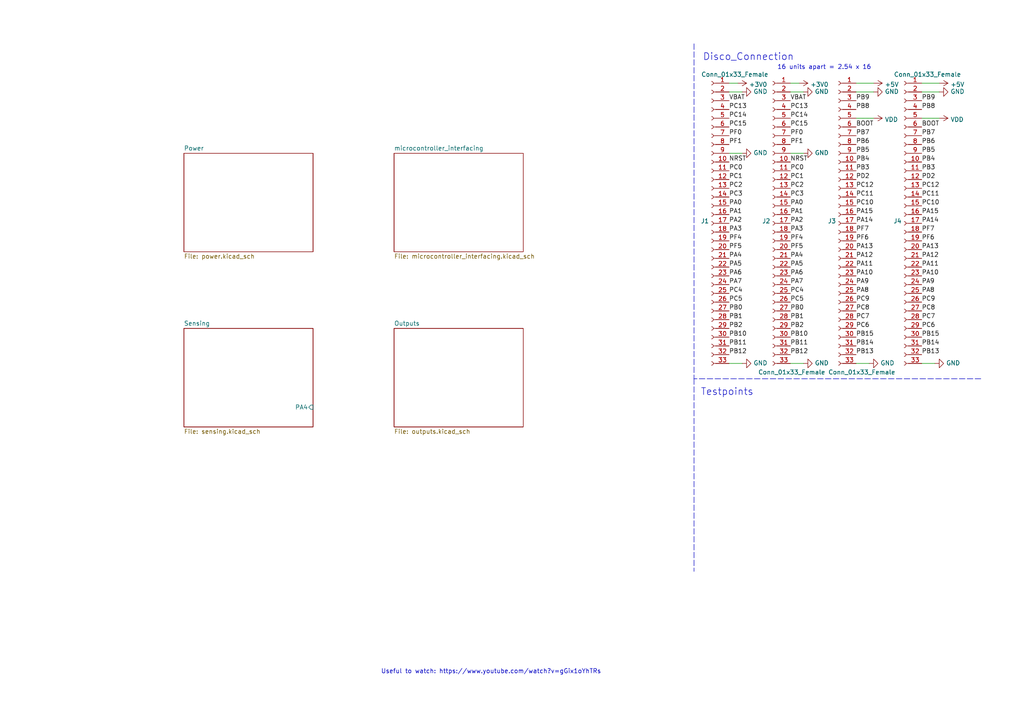
<source format=kicad_sch>
(kicad_sch (version 20211123) (generator eeschema)

  (uuid e63e39d7-6ac0-4ffd-8aa3-1841a4541b55)

  (paper "A4")

  (title_block
    (title "Team 8 Project")
    (date "2022-03-11")
    (rev "V2")
    (company "University of Cape Town")
    (comment 3 " ")
    (comment 4 "@Authors: Lutendo Mulaisi, Lisakhanya Miyana, Munashe Chihota")
  )

  (lib_symbols
    (symbol "Connector:Conn_01x33_Female" (pin_names (offset 1.016) hide) (in_bom yes) (on_board yes)
      (property "Reference" "J" (id 0) (at 0 43.18 0)
        (effects (font (size 1.27 1.27)))
      )
      (property "Value" "Conn_01x33_Female" (id 1) (at 0 -43.18 0)
        (effects (font (size 1.27 1.27)))
      )
      (property "Footprint" "" (id 2) (at 0 0 0)
        (effects (font (size 1.27 1.27)) hide)
      )
      (property "Datasheet" "~" (id 3) (at 0 0 0)
        (effects (font (size 1.27 1.27)) hide)
      )
      (property "ki_keywords" "connector" (id 4) (at 0 0 0)
        (effects (font (size 1.27 1.27)) hide)
      )
      (property "ki_description" "Generic connector, single row, 01x33, script generated (kicad-library-utils/schlib/autogen/connector/)" (id 5) (at 0 0 0)
        (effects (font (size 1.27 1.27)) hide)
      )
      (property "ki_fp_filters" "Connector*:*_1x??_*" (id 6) (at 0 0 0)
        (effects (font (size 1.27 1.27)) hide)
      )
      (symbol "Conn_01x33_Female_1_1"
        (arc (start 0 -40.132) (mid -0.508 -40.64) (end 0 -41.148)
          (stroke (width 0.1524) (type default) (color 0 0 0 0))
          (fill (type none))
        )
        (arc (start 0 -37.592) (mid -0.508 -38.1) (end 0 -38.608)
          (stroke (width 0.1524) (type default) (color 0 0 0 0))
          (fill (type none))
        )
        (arc (start 0 -35.052) (mid -0.508 -35.56) (end 0 -36.068)
          (stroke (width 0.1524) (type default) (color 0 0 0 0))
          (fill (type none))
        )
        (arc (start 0 -32.512) (mid -0.508 -33.02) (end 0 -33.528)
          (stroke (width 0.1524) (type default) (color 0 0 0 0))
          (fill (type none))
        )
        (arc (start 0 -29.972) (mid -0.508 -30.48) (end 0 -30.988)
          (stroke (width 0.1524) (type default) (color 0 0 0 0))
          (fill (type none))
        )
        (arc (start 0 -27.432) (mid -0.508 -27.94) (end 0 -28.448)
          (stroke (width 0.1524) (type default) (color 0 0 0 0))
          (fill (type none))
        )
        (arc (start 0 -24.892) (mid -0.508 -25.4) (end 0 -25.908)
          (stroke (width 0.1524) (type default) (color 0 0 0 0))
          (fill (type none))
        )
        (arc (start 0 -22.352) (mid -0.508 -22.86) (end 0 -23.368)
          (stroke (width 0.1524) (type default) (color 0 0 0 0))
          (fill (type none))
        )
        (arc (start 0 -19.812) (mid -0.508 -20.32) (end 0 -20.828)
          (stroke (width 0.1524) (type default) (color 0 0 0 0))
          (fill (type none))
        )
        (arc (start 0 -17.272) (mid -0.508 -17.78) (end 0 -18.288)
          (stroke (width 0.1524) (type default) (color 0 0 0 0))
          (fill (type none))
        )
        (arc (start 0 -14.732) (mid -0.508 -15.24) (end 0 -15.748)
          (stroke (width 0.1524) (type default) (color 0 0 0 0))
          (fill (type none))
        )
        (arc (start 0 -12.192) (mid -0.508 -12.7) (end 0 -13.208)
          (stroke (width 0.1524) (type default) (color 0 0 0 0))
          (fill (type none))
        )
        (arc (start 0 -9.652) (mid -0.508 -10.16) (end 0 -10.668)
          (stroke (width 0.1524) (type default) (color 0 0 0 0))
          (fill (type none))
        )
        (arc (start 0 -7.112) (mid -0.508 -7.62) (end 0 -8.128)
          (stroke (width 0.1524) (type default) (color 0 0 0 0))
          (fill (type none))
        )
        (arc (start 0 -4.572) (mid -0.508 -5.08) (end 0 -5.588)
          (stroke (width 0.1524) (type default) (color 0 0 0 0))
          (fill (type none))
        )
        (arc (start 0 -2.032) (mid -0.508 -2.54) (end 0 -3.048)
          (stroke (width 0.1524) (type default) (color 0 0 0 0))
          (fill (type none))
        )
        (polyline
          (pts
            (xy -1.27 -40.64)
            (xy -0.508 -40.64)
          )
          (stroke (width 0.1524) (type default) (color 0 0 0 0))
          (fill (type none))
        )
        (polyline
          (pts
            (xy -1.27 -38.1)
            (xy -0.508 -38.1)
          )
          (stroke (width 0.1524) (type default) (color 0 0 0 0))
          (fill (type none))
        )
        (polyline
          (pts
            (xy -1.27 -35.56)
            (xy -0.508 -35.56)
          )
          (stroke (width 0.1524) (type default) (color 0 0 0 0))
          (fill (type none))
        )
        (polyline
          (pts
            (xy -1.27 -33.02)
            (xy -0.508 -33.02)
          )
          (stroke (width 0.1524) (type default) (color 0 0 0 0))
          (fill (type none))
        )
        (polyline
          (pts
            (xy -1.27 -30.48)
            (xy -0.508 -30.48)
          )
          (stroke (width 0.1524) (type default) (color 0 0 0 0))
          (fill (type none))
        )
        (polyline
          (pts
            (xy -1.27 -27.94)
            (xy -0.508 -27.94)
          )
          (stroke (width 0.1524) (type default) (color 0 0 0 0))
          (fill (type none))
        )
        (polyline
          (pts
            (xy -1.27 -25.4)
            (xy -0.508 -25.4)
          )
          (stroke (width 0.1524) (type default) (color 0 0 0 0))
          (fill (type none))
        )
        (polyline
          (pts
            (xy -1.27 -22.86)
            (xy -0.508 -22.86)
          )
          (stroke (width 0.1524) (type default) (color 0 0 0 0))
          (fill (type none))
        )
        (polyline
          (pts
            (xy -1.27 -20.32)
            (xy -0.508 -20.32)
          )
          (stroke (width 0.1524) (type default) (color 0 0 0 0))
          (fill (type none))
        )
        (polyline
          (pts
            (xy -1.27 -17.78)
            (xy -0.508 -17.78)
          )
          (stroke (width 0.1524) (type default) (color 0 0 0 0))
          (fill (type none))
        )
        (polyline
          (pts
            (xy -1.27 -15.24)
            (xy -0.508 -15.24)
          )
          (stroke (width 0.1524) (type default) (color 0 0 0 0))
          (fill (type none))
        )
        (polyline
          (pts
            (xy -1.27 -12.7)
            (xy -0.508 -12.7)
          )
          (stroke (width 0.1524) (type default) (color 0 0 0 0))
          (fill (type none))
        )
        (polyline
          (pts
            (xy -1.27 -10.16)
            (xy -0.508 -10.16)
          )
          (stroke (width 0.1524) (type default) (color 0 0 0 0))
          (fill (type none))
        )
        (polyline
          (pts
            (xy -1.27 -7.62)
            (xy -0.508 -7.62)
          )
          (stroke (width 0.1524) (type default) (color 0 0 0 0))
          (fill (type none))
        )
        (polyline
          (pts
            (xy -1.27 -5.08)
            (xy -0.508 -5.08)
          )
          (stroke (width 0.1524) (type default) (color 0 0 0 0))
          (fill (type none))
        )
        (polyline
          (pts
            (xy -1.27 -2.54)
            (xy -0.508 -2.54)
          )
          (stroke (width 0.1524) (type default) (color 0 0 0 0))
          (fill (type none))
        )
        (polyline
          (pts
            (xy -1.27 0)
            (xy -0.508 0)
          )
          (stroke (width 0.1524) (type default) (color 0 0 0 0))
          (fill (type none))
        )
        (polyline
          (pts
            (xy -1.27 2.54)
            (xy -0.508 2.54)
          )
          (stroke (width 0.1524) (type default) (color 0 0 0 0))
          (fill (type none))
        )
        (polyline
          (pts
            (xy -1.27 5.08)
            (xy -0.508 5.08)
          )
          (stroke (width 0.1524) (type default) (color 0 0 0 0))
          (fill (type none))
        )
        (polyline
          (pts
            (xy -1.27 7.62)
            (xy -0.508 7.62)
          )
          (stroke (width 0.1524) (type default) (color 0 0 0 0))
          (fill (type none))
        )
        (polyline
          (pts
            (xy -1.27 10.16)
            (xy -0.508 10.16)
          )
          (stroke (width 0.1524) (type default) (color 0 0 0 0))
          (fill (type none))
        )
        (polyline
          (pts
            (xy -1.27 12.7)
            (xy -0.508 12.7)
          )
          (stroke (width 0.1524) (type default) (color 0 0 0 0))
          (fill (type none))
        )
        (polyline
          (pts
            (xy -1.27 15.24)
            (xy -0.508 15.24)
          )
          (stroke (width 0.1524) (type default) (color 0 0 0 0))
          (fill (type none))
        )
        (polyline
          (pts
            (xy -1.27 17.78)
            (xy -0.508 17.78)
          )
          (stroke (width 0.1524) (type default) (color 0 0 0 0))
          (fill (type none))
        )
        (polyline
          (pts
            (xy -1.27 20.32)
            (xy -0.508 20.32)
          )
          (stroke (width 0.1524) (type default) (color 0 0 0 0))
          (fill (type none))
        )
        (polyline
          (pts
            (xy -1.27 22.86)
            (xy -0.508 22.86)
          )
          (stroke (width 0.1524) (type default) (color 0 0 0 0))
          (fill (type none))
        )
        (polyline
          (pts
            (xy -1.27 25.4)
            (xy -0.508 25.4)
          )
          (stroke (width 0.1524) (type default) (color 0 0 0 0))
          (fill (type none))
        )
        (polyline
          (pts
            (xy -1.27 27.94)
            (xy -0.508 27.94)
          )
          (stroke (width 0.1524) (type default) (color 0 0 0 0))
          (fill (type none))
        )
        (polyline
          (pts
            (xy -1.27 30.48)
            (xy -0.508 30.48)
          )
          (stroke (width 0.1524) (type default) (color 0 0 0 0))
          (fill (type none))
        )
        (polyline
          (pts
            (xy -1.27 33.02)
            (xy -0.508 33.02)
          )
          (stroke (width 0.1524) (type default) (color 0 0 0 0))
          (fill (type none))
        )
        (polyline
          (pts
            (xy -1.27 35.56)
            (xy -0.508 35.56)
          )
          (stroke (width 0.1524) (type default) (color 0 0 0 0))
          (fill (type none))
        )
        (polyline
          (pts
            (xy -1.27 38.1)
            (xy -0.508 38.1)
          )
          (stroke (width 0.1524) (type default) (color 0 0 0 0))
          (fill (type none))
        )
        (polyline
          (pts
            (xy -1.27 40.64)
            (xy -0.508 40.64)
          )
          (stroke (width 0.1524) (type default) (color 0 0 0 0))
          (fill (type none))
        )
        (arc (start 0 0.508) (mid -0.508 0) (end 0 -0.508)
          (stroke (width 0.1524) (type default) (color 0 0 0 0))
          (fill (type none))
        )
        (arc (start 0 3.048) (mid -0.508 2.54) (end 0 2.032)
          (stroke (width 0.1524) (type default) (color 0 0 0 0))
          (fill (type none))
        )
        (arc (start 0 5.588) (mid -0.508 5.08) (end 0 4.572)
          (stroke (width 0.1524) (type default) (color 0 0 0 0))
          (fill (type none))
        )
        (arc (start 0 8.128) (mid -0.508 7.62) (end 0 7.112)
          (stroke (width 0.1524) (type default) (color 0 0 0 0))
          (fill (type none))
        )
        (arc (start 0 10.668) (mid -0.508 10.16) (end 0 9.652)
          (stroke (width 0.1524) (type default) (color 0 0 0 0))
          (fill (type none))
        )
        (arc (start 0 13.208) (mid -0.508 12.7) (end 0 12.192)
          (stroke (width 0.1524) (type default) (color 0 0 0 0))
          (fill (type none))
        )
        (arc (start 0 15.748) (mid -0.508 15.24) (end 0 14.732)
          (stroke (width 0.1524) (type default) (color 0 0 0 0))
          (fill (type none))
        )
        (arc (start 0 18.288) (mid -0.508 17.78) (end 0 17.272)
          (stroke (width 0.1524) (type default) (color 0 0 0 0))
          (fill (type none))
        )
        (arc (start 0 20.828) (mid -0.508 20.32) (end 0 19.812)
          (stroke (width 0.1524) (type default) (color 0 0 0 0))
          (fill (type none))
        )
        (arc (start 0 23.368) (mid -0.508 22.86) (end 0 22.352)
          (stroke (width 0.1524) (type default) (color 0 0 0 0))
          (fill (type none))
        )
        (arc (start 0 25.908) (mid -0.508 25.4) (end 0 24.892)
          (stroke (width 0.1524) (type default) (color 0 0 0 0))
          (fill (type none))
        )
        (arc (start 0 28.448) (mid -0.508 27.94) (end 0 27.432)
          (stroke (width 0.1524) (type default) (color 0 0 0 0))
          (fill (type none))
        )
        (arc (start 0 30.988) (mid -0.508 30.48) (end 0 29.972)
          (stroke (width 0.1524) (type default) (color 0 0 0 0))
          (fill (type none))
        )
        (arc (start 0 33.528) (mid -0.508 33.02) (end 0 32.512)
          (stroke (width 0.1524) (type default) (color 0 0 0 0))
          (fill (type none))
        )
        (arc (start 0 36.068) (mid -0.508 35.56) (end 0 35.052)
          (stroke (width 0.1524) (type default) (color 0 0 0 0))
          (fill (type none))
        )
        (arc (start 0 38.608) (mid -0.508 38.1) (end 0 37.592)
          (stroke (width 0.1524) (type default) (color 0 0 0 0))
          (fill (type none))
        )
        (arc (start 0 41.148) (mid -0.508 40.64) (end 0 40.132)
          (stroke (width 0.1524) (type default) (color 0 0 0 0))
          (fill (type none))
        )
        (pin passive line (at -5.08 40.64 0) (length 3.81)
          (name "Pin_1" (effects (font (size 1.27 1.27))))
          (number "1" (effects (font (size 1.27 1.27))))
        )
        (pin passive line (at -5.08 17.78 0) (length 3.81)
          (name "Pin_10" (effects (font (size 1.27 1.27))))
          (number "10" (effects (font (size 1.27 1.27))))
        )
        (pin passive line (at -5.08 15.24 0) (length 3.81)
          (name "Pin_11" (effects (font (size 1.27 1.27))))
          (number "11" (effects (font (size 1.27 1.27))))
        )
        (pin passive line (at -5.08 12.7 0) (length 3.81)
          (name "Pin_12" (effects (font (size 1.27 1.27))))
          (number "12" (effects (font (size 1.27 1.27))))
        )
        (pin passive line (at -5.08 10.16 0) (length 3.81)
          (name "Pin_13" (effects (font (size 1.27 1.27))))
          (number "13" (effects (font (size 1.27 1.27))))
        )
        (pin passive line (at -5.08 7.62 0) (length 3.81)
          (name "Pin_14" (effects (font (size 1.27 1.27))))
          (number "14" (effects (font (size 1.27 1.27))))
        )
        (pin passive line (at -5.08 5.08 0) (length 3.81)
          (name "Pin_15" (effects (font (size 1.27 1.27))))
          (number "15" (effects (font (size 1.27 1.27))))
        )
        (pin passive line (at -5.08 2.54 0) (length 3.81)
          (name "Pin_16" (effects (font (size 1.27 1.27))))
          (number "16" (effects (font (size 1.27 1.27))))
        )
        (pin passive line (at -5.08 0 0) (length 3.81)
          (name "Pin_17" (effects (font (size 1.27 1.27))))
          (number "17" (effects (font (size 1.27 1.27))))
        )
        (pin passive line (at -5.08 -2.54 0) (length 3.81)
          (name "Pin_18" (effects (font (size 1.27 1.27))))
          (number "18" (effects (font (size 1.27 1.27))))
        )
        (pin passive line (at -5.08 -5.08 0) (length 3.81)
          (name "Pin_19" (effects (font (size 1.27 1.27))))
          (number "19" (effects (font (size 1.27 1.27))))
        )
        (pin passive line (at -5.08 38.1 0) (length 3.81)
          (name "Pin_2" (effects (font (size 1.27 1.27))))
          (number "2" (effects (font (size 1.27 1.27))))
        )
        (pin passive line (at -5.08 -7.62 0) (length 3.81)
          (name "Pin_20" (effects (font (size 1.27 1.27))))
          (number "20" (effects (font (size 1.27 1.27))))
        )
        (pin passive line (at -5.08 -10.16 0) (length 3.81)
          (name "Pin_21" (effects (font (size 1.27 1.27))))
          (number "21" (effects (font (size 1.27 1.27))))
        )
        (pin passive line (at -5.08 -12.7 0) (length 3.81)
          (name "Pin_22" (effects (font (size 1.27 1.27))))
          (number "22" (effects (font (size 1.27 1.27))))
        )
        (pin passive line (at -5.08 -15.24 0) (length 3.81)
          (name "Pin_23" (effects (font (size 1.27 1.27))))
          (number "23" (effects (font (size 1.27 1.27))))
        )
        (pin passive line (at -5.08 -17.78 0) (length 3.81)
          (name "Pin_24" (effects (font (size 1.27 1.27))))
          (number "24" (effects (font (size 1.27 1.27))))
        )
        (pin passive line (at -5.08 -20.32 0) (length 3.81)
          (name "Pin_25" (effects (font (size 1.27 1.27))))
          (number "25" (effects (font (size 1.27 1.27))))
        )
        (pin passive line (at -5.08 -22.86 0) (length 3.81)
          (name "Pin_26" (effects (font (size 1.27 1.27))))
          (number "26" (effects (font (size 1.27 1.27))))
        )
        (pin passive line (at -5.08 -25.4 0) (length 3.81)
          (name "Pin_27" (effects (font (size 1.27 1.27))))
          (number "27" (effects (font (size 1.27 1.27))))
        )
        (pin passive line (at -5.08 -27.94 0) (length 3.81)
          (name "Pin_28" (effects (font (size 1.27 1.27))))
          (number "28" (effects (font (size 1.27 1.27))))
        )
        (pin passive line (at -5.08 -30.48 0) (length 3.81)
          (name "Pin_29" (effects (font (size 1.27 1.27))))
          (number "29" (effects (font (size 1.27 1.27))))
        )
        (pin passive line (at -5.08 35.56 0) (length 3.81)
          (name "Pin_3" (effects (font (size 1.27 1.27))))
          (number "3" (effects (font (size 1.27 1.27))))
        )
        (pin passive line (at -5.08 -33.02 0) (length 3.81)
          (name "Pin_30" (effects (font (size 1.27 1.27))))
          (number "30" (effects (font (size 1.27 1.27))))
        )
        (pin passive line (at -5.08 -35.56 0) (length 3.81)
          (name "Pin_31" (effects (font (size 1.27 1.27))))
          (number "31" (effects (font (size 1.27 1.27))))
        )
        (pin passive line (at -5.08 -38.1 0) (length 3.81)
          (name "Pin_32" (effects (font (size 1.27 1.27))))
          (number "32" (effects (font (size 1.27 1.27))))
        )
        (pin passive line (at -5.08 -40.64 0) (length 3.81)
          (name "Pin_33" (effects (font (size 1.27 1.27))))
          (number "33" (effects (font (size 1.27 1.27))))
        )
        (pin passive line (at -5.08 33.02 0) (length 3.81)
          (name "Pin_4" (effects (font (size 1.27 1.27))))
          (number "4" (effects (font (size 1.27 1.27))))
        )
        (pin passive line (at -5.08 30.48 0) (length 3.81)
          (name "Pin_5" (effects (font (size 1.27 1.27))))
          (number "5" (effects (font (size 1.27 1.27))))
        )
        (pin passive line (at -5.08 27.94 0) (length 3.81)
          (name "Pin_6" (effects (font (size 1.27 1.27))))
          (number "6" (effects (font (size 1.27 1.27))))
        )
        (pin passive line (at -5.08 25.4 0) (length 3.81)
          (name "Pin_7" (effects (font (size 1.27 1.27))))
          (number "7" (effects (font (size 1.27 1.27))))
        )
        (pin passive line (at -5.08 22.86 0) (length 3.81)
          (name "Pin_8" (effects (font (size 1.27 1.27))))
          (number "8" (effects (font (size 1.27 1.27))))
        )
        (pin passive line (at -5.08 20.32 0) (length 3.81)
          (name "Pin_9" (effects (font (size 1.27 1.27))))
          (number "9" (effects (font (size 1.27 1.27))))
        )
      )
    )
    (symbol "power:+3V0" (power) (pin_names (offset 0)) (in_bom yes) (on_board yes)
      (property "Reference" "#PWR" (id 0) (at 0 -3.81 0)
        (effects (font (size 1.27 1.27)) hide)
      )
      (property "Value" "+3V0" (id 1) (at 0 3.556 0)
        (effects (font (size 1.27 1.27)))
      )
      (property "Footprint" "" (id 2) (at 0 0 0)
        (effects (font (size 1.27 1.27)) hide)
      )
      (property "Datasheet" "" (id 3) (at 0 0 0)
        (effects (font (size 1.27 1.27)) hide)
      )
      (property "ki_keywords" "power-flag" (id 4) (at 0 0 0)
        (effects (font (size 1.27 1.27)) hide)
      )
      (property "ki_description" "Power symbol creates a global label with name \"+3V0\"" (id 5) (at 0 0 0)
        (effects (font (size 1.27 1.27)) hide)
      )
      (symbol "+3V0_0_1"
        (polyline
          (pts
            (xy -0.762 1.27)
            (xy 0 2.54)
          )
          (stroke (width 0) (type default) (color 0 0 0 0))
          (fill (type none))
        )
        (polyline
          (pts
            (xy 0 0)
            (xy 0 2.54)
          )
          (stroke (width 0) (type default) (color 0 0 0 0))
          (fill (type none))
        )
        (polyline
          (pts
            (xy 0 2.54)
            (xy 0.762 1.27)
          )
          (stroke (width 0) (type default) (color 0 0 0 0))
          (fill (type none))
        )
      )
      (symbol "+3V0_1_1"
        (pin power_in line (at 0 0 90) (length 0) hide
          (name "+3V0" (effects (font (size 1.27 1.27))))
          (number "1" (effects (font (size 1.27 1.27))))
        )
      )
    )
    (symbol "power:+5V" (power) (pin_names (offset 0)) (in_bom yes) (on_board yes)
      (property "Reference" "#PWR" (id 0) (at 0 -3.81 0)
        (effects (font (size 1.27 1.27)) hide)
      )
      (property "Value" "+5V" (id 1) (at 0 3.556 0)
        (effects (font (size 1.27 1.27)))
      )
      (property "Footprint" "" (id 2) (at 0 0 0)
        (effects (font (size 1.27 1.27)) hide)
      )
      (property "Datasheet" "" (id 3) (at 0 0 0)
        (effects (font (size 1.27 1.27)) hide)
      )
      (property "ki_keywords" "power-flag" (id 4) (at 0 0 0)
        (effects (font (size 1.27 1.27)) hide)
      )
      (property "ki_description" "Power symbol creates a global label with name \"+5V\"" (id 5) (at 0 0 0)
        (effects (font (size 1.27 1.27)) hide)
      )
      (symbol "+5V_0_1"
        (polyline
          (pts
            (xy -0.762 1.27)
            (xy 0 2.54)
          )
          (stroke (width 0) (type default) (color 0 0 0 0))
          (fill (type none))
        )
        (polyline
          (pts
            (xy 0 0)
            (xy 0 2.54)
          )
          (stroke (width 0) (type default) (color 0 0 0 0))
          (fill (type none))
        )
        (polyline
          (pts
            (xy 0 2.54)
            (xy 0.762 1.27)
          )
          (stroke (width 0) (type default) (color 0 0 0 0))
          (fill (type none))
        )
      )
      (symbol "+5V_1_1"
        (pin power_in line (at 0 0 90) (length 0) hide
          (name "+5V" (effects (font (size 1.27 1.27))))
          (number "1" (effects (font (size 1.27 1.27))))
        )
      )
    )
    (symbol "power:GND" (power) (pin_names (offset 0)) (in_bom yes) (on_board yes)
      (property "Reference" "#PWR" (id 0) (at 0 -6.35 0)
        (effects (font (size 1.27 1.27)) hide)
      )
      (property "Value" "GND" (id 1) (at 0 -3.81 0)
        (effects (font (size 1.27 1.27)))
      )
      (property "Footprint" "" (id 2) (at 0 0 0)
        (effects (font (size 1.27 1.27)) hide)
      )
      (property "Datasheet" "" (id 3) (at 0 0 0)
        (effects (font (size 1.27 1.27)) hide)
      )
      (property "ki_keywords" "power-flag" (id 4) (at 0 0 0)
        (effects (font (size 1.27 1.27)) hide)
      )
      (property "ki_description" "Power symbol creates a global label with name \"GND\" , ground" (id 5) (at 0 0 0)
        (effects (font (size 1.27 1.27)) hide)
      )
      (symbol "GND_0_1"
        (polyline
          (pts
            (xy 0 0)
            (xy 0 -1.27)
            (xy 1.27 -1.27)
            (xy 0 -2.54)
            (xy -1.27 -1.27)
            (xy 0 -1.27)
          )
          (stroke (width 0) (type default) (color 0 0 0 0))
          (fill (type none))
        )
      )
      (symbol "GND_1_1"
        (pin power_in line (at 0 0 270) (length 0) hide
          (name "GND" (effects (font (size 1.27 1.27))))
          (number "1" (effects (font (size 1.27 1.27))))
        )
      )
    )
    (symbol "power:VDD" (power) (pin_names (offset 0)) (in_bom yes) (on_board yes)
      (property "Reference" "#PWR" (id 0) (at 0 -3.81 0)
        (effects (font (size 1.27 1.27)) hide)
      )
      (property "Value" "VDD" (id 1) (at 0 3.81 0)
        (effects (font (size 1.27 1.27)))
      )
      (property "Footprint" "" (id 2) (at 0 0 0)
        (effects (font (size 1.27 1.27)) hide)
      )
      (property "Datasheet" "" (id 3) (at 0 0 0)
        (effects (font (size 1.27 1.27)) hide)
      )
      (property "ki_keywords" "power-flag" (id 4) (at 0 0 0)
        (effects (font (size 1.27 1.27)) hide)
      )
      (property "ki_description" "Power symbol creates a global label with name \"VDD\"" (id 5) (at 0 0 0)
        (effects (font (size 1.27 1.27)) hide)
      )
      (symbol "VDD_0_1"
        (polyline
          (pts
            (xy -0.762 1.27)
            (xy 0 2.54)
          )
          (stroke (width 0) (type default) (color 0 0 0 0))
          (fill (type none))
        )
        (polyline
          (pts
            (xy 0 0)
            (xy 0 2.54)
          )
          (stroke (width 0) (type default) (color 0 0 0 0))
          (fill (type none))
        )
        (polyline
          (pts
            (xy 0 2.54)
            (xy 0.762 1.27)
          )
          (stroke (width 0) (type default) (color 0 0 0 0))
          (fill (type none))
        )
      )
      (symbol "VDD_1_1"
        (pin power_in line (at 0 0 90) (length 0) hide
          (name "VDD" (effects (font (size 1.27 1.27))))
          (number "1" (effects (font (size 1.27 1.27))))
        )
      )
    )
  )


  (wire (pts (xy 211.455 44.45) (xy 215.265 44.45))
    (stroke (width 0) (type default) (color 0 0 0 0))
    (uuid 2361ed9d-44ac-40c1-ab71-db1419d4ef87)
  )
  (polyline (pts (xy 201.295 12.7) (xy 201.295 109.855))
    (stroke (width 0) (type default) (color 0 0 0 0))
    (uuid 3a983f51-42e8-405a-9e04-43b2dcabad73)
  )
  (polyline (pts (xy 284.48 109.855) (xy 201.295 109.855))
    (stroke (width 0) (type default) (color 0 0 0 0))
    (uuid 5349dbfc-1197-4fd1-baa3-9509e2eb1877)
  )

  (wire (pts (xy 248.285 26.67) (xy 253.365 26.67))
    (stroke (width 0) (type default) (color 0 0 0 0))
    (uuid 5379d081-922a-4828-9d43-7b2f2572d06c)
  )
  (wire (pts (xy 229.235 24.13) (xy 231.775 24.13))
    (stroke (width 0) (type default) (color 0 0 0 0))
    (uuid 5d9cc826-4756-4365-b769-24e883398d0a)
  )
  (polyline (pts (xy 201.295 109.855) (xy 201.295 165.735))
    (stroke (width 0) (type default) (color 0 0 0 0))
    (uuid 6afb9509-4267-45b9-b7dd-802c6961c178)
  )

  (wire (pts (xy 248.285 34.29) (xy 253.365 34.29))
    (stroke (width 0) (type default) (color 0 0 0 0))
    (uuid 93927c49-5ee1-4ac6-b668-9cc01dba8402)
  )
  (wire (pts (xy 253.365 24.13) (xy 248.285 24.13))
    (stroke (width 0) (type default) (color 0 0 0 0))
    (uuid 97db24fe-c1f7-4f86-9060-dc632af2d885)
  )
  (wire (pts (xy 211.455 24.13) (xy 213.995 24.13))
    (stroke (width 0) (type default) (color 0 0 0 0))
    (uuid a1f347f0-3fa4-4dbd-b2cf-d3082bc4e36a)
  )
  (wire (pts (xy 233.045 105.41) (xy 229.235 105.41))
    (stroke (width 0) (type default) (color 0 0 0 0))
    (uuid ad9624f8-cf25-4b9a-95b1-2c64fccd57f6)
  )
  (wire (pts (xy 229.235 26.67) (xy 233.045 26.67))
    (stroke (width 0) (type default) (color 0 0 0 0))
    (uuid b6346b0a-bb01-4e48-89f7-5054374e0d0d)
  )
  (wire (pts (xy 229.235 44.45) (xy 233.045 44.45))
    (stroke (width 0) (type default) (color 0 0 0 0))
    (uuid be40a792-1fff-4ce1-a6d8-41730132bad4)
  )
  (wire (pts (xy 272.415 24.13) (xy 267.335 24.13))
    (stroke (width 0) (type default) (color 0 0 0 0))
    (uuid ce824579-a256-4757-8547-32bf1db63637)
  )
  (wire (pts (xy 211.455 26.67) (xy 215.265 26.67))
    (stroke (width 0) (type default) (color 0 0 0 0))
    (uuid dc419a21-b30b-44db-8d8a-272c5f8ad6c6)
  )
  (wire (pts (xy 248.285 105.41) (xy 252.095 105.41))
    (stroke (width 0) (type default) (color 0 0 0 0))
    (uuid dfdaa22a-0489-48da-8a56-737e4c4366e1)
  )
  (wire (pts (xy 267.335 105.41) (xy 271.145 105.41))
    (stroke (width 0) (type default) (color 0 0 0 0))
    (uuid e1a929c4-c484-4255-9524-8c224d1f6e73)
  )
  (wire (pts (xy 267.335 26.67) (xy 272.415 26.67))
    (stroke (width 0) (type default) (color 0 0 0 0))
    (uuid e567c545-204a-4e4a-bfa9-ae48e2366f9a)
  )
  (wire (pts (xy 215.265 105.41) (xy 211.455 105.41))
    (stroke (width 0) (type default) (color 0 0 0 0))
    (uuid f03f8712-a7f0-45ba-8dbf-7ce6f298ed42)
  )
  (wire (pts (xy 267.335 34.29) (xy 272.415 34.29))
    (stroke (width 0) (type default) (color 0 0 0 0))
    (uuid f66b82ab-c203-4cb4-84ea-abcb2cd50a9c)
  )

  (text "Useful to watch: https://www.youtube.com/watch?v=gGix1oYhTRs"
    (at 110.49 195.58 0)
    (effects (font (size 1.27 1.27)) (justify left bottom))
    (uuid 18a8e287-d1c7-45b6-a196-710aa99585f3)
  )
  (text "16 units apart = 2.54 x 16" (at 225.425 20.32 0)
    (effects (font (size 1.27 1.27)) (justify left bottom))
    (uuid 9328bf5e-c997-4667-847d-cf51587a0583)
  )
  (text "Disco_Connection" (at 203.835 17.78 0)
    (effects (font (size 2.0066 2.0066)) (justify left bottom))
    (uuid bba52ae1-2c60-4612-b640-b785ed4cdd7e)
  )
  (text "Testpoints" (at 203.2 114.935 0)
    (effects (font (size 2.0066 2.0066)) (justify left bottom))
    (uuid f205d1ef-3ec2-4153-92b9-77f602b37fac)
  )

  (label "PC14" (at 211.455 34.29 0)
    (effects (font (size 1.27 1.27)) (justify left bottom))
    (uuid 013a1c32-db17-4fdf-9087-65b8bebaf5c1)
  )
  (label "PC11" (at 248.285 57.15 0)
    (effects (font (size 1.27 1.27)) (justify left bottom))
    (uuid 019b9904-3bfd-4fd4-9d41-96b38c16849e)
  )
  (label "PB2" (at 211.455 95.25 0)
    (effects (font (size 1.27 1.27)) (justify left bottom))
    (uuid 051d4750-b73a-474f-abf5-a58dadb01c92)
  )
  (label "PB6" (at 248.285 41.91 0)
    (effects (font (size 1.27 1.27)) (justify left bottom))
    (uuid 0afc6592-c2db-4caa-a22b-f13f9e7e1c40)
  )
  (label "PB14" (at 267.335 100.33 0)
    (effects (font (size 1.27 1.27)) (justify left bottom))
    (uuid 15ddbae8-4879-44da-8c42-497366b84781)
  )
  (label "PA15" (at 267.335 62.23 0)
    (effects (font (size 1.27 1.27)) (justify left bottom))
    (uuid 15f86f86-6612-462a-a1d2-f730a8788a9a)
  )
  (label "PB14" (at 248.285 100.33 0)
    (effects (font (size 1.27 1.27)) (justify left bottom))
    (uuid 168a0226-3f44-46ec-a72a-15290137bd66)
  )
  (label "PA11" (at 267.335 77.47 0)
    (effects (font (size 1.27 1.27)) (justify left bottom))
    (uuid 17c7b03d-e4b9-4587-b2ce-0ee7a9d30575)
  )
  (label "PC7" (at 248.285 92.71 0)
    (effects (font (size 1.27 1.27)) (justify left bottom))
    (uuid 18406746-0f9d-4d88-9ef2-8423e08576f0)
  )
  (label "PB6" (at 267.335 41.91 0)
    (effects (font (size 1.27 1.27)) (justify left bottom))
    (uuid 1aa01b33-85ec-45ea-bfaa-b88738576f2f)
  )
  (label "PA8" (at 267.335 85.09 0)
    (effects (font (size 1.27 1.27)) (justify left bottom))
    (uuid 2009ab3a-f4bf-4c63-a0fe-9d170c762787)
  )
  (label "PC9" (at 248.285 87.63 0)
    (effects (font (size 1.27 1.27)) (justify left bottom))
    (uuid 20ac7a70-5cb9-4418-b061-8e4ee8d36b79)
  )
  (label "PB15" (at 267.335 97.79 0)
    (effects (font (size 1.27 1.27)) (justify left bottom))
    (uuid 23a49e10-e7d0-41d9-a15a-25ac614cee99)
  )
  (label "PC11" (at 267.335 57.15 0)
    (effects (font (size 1.27 1.27)) (justify left bottom))
    (uuid 28f5d24e-b605-4fad-9e07-a157526f5710)
  )
  (label "PC1" (at 211.455 52.07 0)
    (effects (font (size 1.27 1.27)) (justify left bottom))
    (uuid 2bf34b7c-94ca-4ac8-94c5-6312536f342f)
  )
  (label "PA1" (at 229.235 62.23 0)
    (effects (font (size 1.27 1.27)) (justify left bottom))
    (uuid 2e2c4431-7ad4-4101-b72a-e48147e24a71)
  )
  (label "PF7" (at 267.335 67.31 0)
    (effects (font (size 1.27 1.27)) (justify left bottom))
    (uuid 311a70eb-5859-4da6-8fe4-344b06368e0f)
  )
  (label "PC0" (at 229.235 49.53 0)
    (effects (font (size 1.27 1.27)) (justify left bottom))
    (uuid 31ae1ddb-55f8-4875-b94d-87a4d0c86414)
  )
  (label "PF7" (at 248.285 67.31 0)
    (effects (font (size 1.27 1.27)) (justify left bottom))
    (uuid 37b282c6-a944-47fd-a51e-f59b7e5f431e)
  )
  (label "PA12" (at 267.335 74.93 0)
    (effects (font (size 1.27 1.27)) (justify left bottom))
    (uuid 381ea437-8589-413a-8d00-c27a465a3773)
  )
  (label "PC15" (at 211.455 36.83 0)
    (effects (font (size 1.27 1.27)) (justify left bottom))
    (uuid 39f65f62-d48a-4aa3-a9a3-c17d058105fe)
  )
  (label "PC1" (at 229.235 52.07 0)
    (effects (font (size 1.27 1.27)) (justify left bottom))
    (uuid 3a41f6b2-d64e-4fc9-9c78-62461e28f42c)
  )
  (label "PC13" (at 229.235 31.75 0)
    (effects (font (size 1.27 1.27)) (justify left bottom))
    (uuid 3b5cbb6d-677b-4641-88bd-7044bfd6bfae)
  )
  (label "VBAT" (at 229.235 29.21 0)
    (effects (font (size 1.27 1.27)) (justify left bottom))
    (uuid 3c847883-a462-4ea9-9466-d1dd1edc5a97)
  )
  (label "PC6" (at 267.335 95.25 0)
    (effects (font (size 1.27 1.27)) (justify left bottom))
    (uuid 3d774050-1f75-473e-bdf5-d052504e6a25)
  )
  (label "PA4" (at 211.455 74.93 0)
    (effects (font (size 1.27 1.27)) (justify left bottom))
    (uuid 3f43b8cc-e232-4de4-a8bc-56a1a1c0a87a)
  )
  (label "BOOT" (at 248.285 36.83 0)
    (effects (font (size 1.27 1.27)) (justify left bottom))
    (uuid 3f6533ba-c4f9-46fc-b56b-e4570f6ba8d8)
  )
  (label "PB5" (at 248.285 44.45 0)
    (effects (font (size 1.27 1.27)) (justify left bottom))
    (uuid 42ec88f7-d7f3-40cf-8759-f8c5477df41e)
  )
  (label "PC8" (at 267.335 90.17 0)
    (effects (font (size 1.27 1.27)) (justify left bottom))
    (uuid 432045b0-7589-468b-8659-999ac30c51fa)
  )
  (label "PB7" (at 267.335 39.37 0)
    (effects (font (size 1.27 1.27)) (justify left bottom))
    (uuid 4362e6ac-6290-4071-922f-911c69fdd561)
  )
  (label "PA13" (at 267.335 72.39 0)
    (effects (font (size 1.27 1.27)) (justify left bottom))
    (uuid 437daa66-7365-482e-804c-8098c6a0905c)
  )
  (label "PD2" (at 248.285 52.07 0)
    (effects (font (size 1.27 1.27)) (justify left bottom))
    (uuid 43cc948b-7aa9-4530-a448-911bd0e35fae)
  )
  (label "PC12" (at 248.285 54.61 0)
    (effects (font (size 1.27 1.27)) (justify left bottom))
    (uuid 449c1c23-1f0d-4ed5-b566-2c18ec95c2a3)
  )
  (label "PC10" (at 248.285 59.69 0)
    (effects (font (size 1.27 1.27)) (justify left bottom))
    (uuid 4829bee0-faa8-43f7-b2d7-8a6e5d1b3050)
  )
  (label "PB1" (at 211.455 92.71 0)
    (effects (font (size 1.27 1.27)) (justify left bottom))
    (uuid 487ede9d-e4e2-47c1-b417-084ff862638c)
  )
  (label "PB9" (at 267.335 29.21 0)
    (effects (font (size 1.27 1.27)) (justify left bottom))
    (uuid 49956dd5-35c0-4b9f-8b2a-6f2b8918bd8c)
  )
  (label "PA2" (at 229.235 64.77 0)
    (effects (font (size 1.27 1.27)) (justify left bottom))
    (uuid 4a8c099c-07ef-47db-b188-6f8b7978d1d4)
  )
  (label "PA10" (at 267.335 80.01 0)
    (effects (font (size 1.27 1.27)) (justify left bottom))
    (uuid 4d290f63-844a-4f7b-8aec-c610c29b1e2f)
  )
  (label "PB5" (at 267.335 44.45 0)
    (effects (font (size 1.27 1.27)) (justify left bottom))
    (uuid 4d759aa0-1145-43ae-a507-a45f6fc89e2a)
  )
  (label "PF5" (at 211.455 72.39 0)
    (effects (font (size 1.27 1.27)) (justify left bottom))
    (uuid 539ff21e-64a5-4d0a-a3c6-87ad104f3729)
  )
  (label "PB13" (at 248.285 102.87 0)
    (effects (font (size 1.27 1.27)) (justify left bottom))
    (uuid 54562a16-6662-4d1b-9b50-45ed0ae36481)
  )
  (label "PC4" (at 229.235 85.09 0)
    (effects (font (size 1.27 1.27)) (justify left bottom))
    (uuid 5600b446-cc57-4d99-a6dd-3cb2f076483c)
  )
  (label "PC15" (at 229.235 36.83 0)
    (effects (font (size 1.27 1.27)) (justify left bottom))
    (uuid 58e43a80-a74c-4a45-a990-a8fe7ecac27a)
  )
  (label "PB1" (at 229.235 92.71 0)
    (effects (font (size 1.27 1.27)) (justify left bottom))
    (uuid 5c98cb3c-93cf-496b-a0fd-51386a56d77e)
  )
  (label "PA5" (at 229.235 77.47 0)
    (effects (font (size 1.27 1.27)) (justify left bottom))
    (uuid 5f88a249-af85-4825-b9e1-a3ec67ffc637)
  )
  (label "PC0" (at 211.455 49.53 0)
    (effects (font (size 1.27 1.27)) (justify left bottom))
    (uuid 61e795c9-5bb5-48b3-b7a0-cb64f04c7adc)
  )
  (label "PB7" (at 248.285 39.37 0)
    (effects (font (size 1.27 1.27)) (justify left bottom))
    (uuid 62b6b2b3-6ade-4e95-8062-936451a2172f)
  )
  (label "PB0" (at 229.235 90.17 0)
    (effects (font (size 1.27 1.27)) (justify left bottom))
    (uuid 6d4e5957-6764-40d7-9d3e-e16ba095c79a)
  )
  (label "PA5" (at 211.455 77.47 0)
    (effects (font (size 1.27 1.27)) (justify left bottom))
    (uuid 6db4c715-f604-4ad5-b3e6-77e085153a04)
  )
  (label "PC8" (at 248.285 90.17 0)
    (effects (font (size 1.27 1.27)) (justify left bottom))
    (uuid 6f581e98-caac-4a3a-b0ed-76aab462e56a)
  )
  (label "PA3" (at 229.235 67.31 0)
    (effects (font (size 1.27 1.27)) (justify left bottom))
    (uuid 73975e5a-04c0-454b-b7b1-06dcb3c81497)
  )
  (label "PA10" (at 248.285 80.01 0)
    (effects (font (size 1.27 1.27)) (justify left bottom))
    (uuid 73b08644-febb-4c1e-9b8f-826cf4cd7348)
  )
  (label "PB12" (at 211.455 102.87 0)
    (effects (font (size 1.27 1.27)) (justify left bottom))
    (uuid 73e2a101-0bc0-414b-9aa7-7eeb8a3caef1)
  )
  (label "PB10" (at 211.455 97.79 0)
    (effects (font (size 1.27 1.27)) (justify left bottom))
    (uuid 74a9c3ca-08aa-4a6a-9a4f-5ecc24362076)
  )
  (label "PB3" (at 267.335 49.53 0)
    (effects (font (size 1.27 1.27)) (justify left bottom))
    (uuid 7759bcaf-350b-4897-a675-aaf4fb3e75fe)
  )
  (label "PA14" (at 248.285 64.77 0)
    (effects (font (size 1.27 1.27)) (justify left bottom))
    (uuid 77b09fa1-fbbb-49ab-94c4-069660b694ff)
  )
  (label "VBAT" (at 211.455 29.21 0)
    (effects (font (size 1.27 1.27)) (justify left bottom))
    (uuid 78a4062b-d2b4-4346-a029-0257bf4c7e99)
  )
  (label "PC6" (at 248.285 95.25 0)
    (effects (font (size 1.27 1.27)) (justify left bottom))
    (uuid 7cc91655-208f-4c40-986f-00fd054b4b29)
  )
  (label "PA7" (at 229.235 82.55 0)
    (effects (font (size 1.27 1.27)) (justify left bottom))
    (uuid 7e9c7b14-3332-49ee-a587-5014a80db3f9)
  )
  (label "PB11" (at 211.455 100.33 0)
    (effects (font (size 1.27 1.27)) (justify left bottom))
    (uuid 7f2c9904-545b-4337-acd6-8707e0924818)
  )
  (label "PC4" (at 211.455 85.09 0)
    (effects (font (size 1.27 1.27)) (justify left bottom))
    (uuid 7fa098fb-b644-4e64-920e-8328b5d12f21)
  )
  (label "PC14" (at 229.235 34.29 0)
    (effects (font (size 1.27 1.27)) (justify left bottom))
    (uuid 7ff097b5-a55d-47f6-a955-3ddc5f3d0fd8)
  )
  (label "PC2" (at 229.235 54.61 0)
    (effects (font (size 1.27 1.27)) (justify left bottom))
    (uuid 815a0815-7930-45ec-8d6e-dc110f979c75)
  )
  (label "PF4" (at 229.235 69.85 0)
    (effects (font (size 1.27 1.27)) (justify left bottom))
    (uuid 822cf157-ecb8-46d7-8cc6-5f0248fd6b37)
  )
  (label "PB2" (at 229.235 95.25 0)
    (effects (font (size 1.27 1.27)) (justify left bottom))
    (uuid 842c62a3-da79-4cc2-9eb8-0e81d553171d)
  )
  (label "PF0" (at 211.455 39.37 0)
    (effects (font (size 1.27 1.27)) (justify left bottom))
    (uuid 85762fc6-4dad-4d00-b3f3-d625c47e2b72)
  )
  (label "PA2" (at 211.455 64.77 0)
    (effects (font (size 1.27 1.27)) (justify left bottom))
    (uuid 875404be-e359-458a-af29-1bd3403dd55f)
  )
  (label "PA12" (at 248.285 74.93 0)
    (effects (font (size 1.27 1.27)) (justify left bottom))
    (uuid 899f373a-cf16-4f13-9d21-dfc8f80ca371)
  )
  (label "PC5" (at 229.235 87.63 0)
    (effects (font (size 1.27 1.27)) (justify left bottom))
    (uuid 8a56a0e1-0b83-4459-b285-5106d6ccafbb)
  )
  (label "PA6" (at 229.235 80.01 0)
    (effects (font (size 1.27 1.27)) (justify left bottom))
    (uuid 8cb63406-42c5-417f-9384-cf8cdba62340)
  )
  (label "PC13" (at 211.455 31.75 0)
    (effects (font (size 1.27 1.27)) (justify left bottom))
    (uuid 8de39313-d6b3-49d5-879e-e7c755da7625)
  )
  (label "PB13" (at 267.335 102.87 0)
    (effects (font (size 1.27 1.27)) (justify left bottom))
    (uuid 9098a6bf-eae0-4636-90c3-6c2f5d9401fd)
  )
  (label "NRST" (at 229.235 46.99 0)
    (effects (font (size 1.27 1.27)) (justify left bottom))
    (uuid 92ba8945-0271-4dc3-a102-541bc7646045)
  )
  (label "PA3" (at 211.455 67.31 0)
    (effects (font (size 1.27 1.27)) (justify left bottom))
    (uuid 93340c38-8bfd-447a-bf60-be3c6dc860d9)
  )
  (label "PB4" (at 267.335 46.99 0)
    (effects (font (size 1.27 1.27)) (justify left bottom))
    (uuid 971c1271-0f6f-46b9-8494-7107930ab4af)
  )
  (label "PA6" (at 211.455 80.01 0)
    (effects (font (size 1.27 1.27)) (justify left bottom))
    (uuid 9801ccc8-5152-40bb-932d-67072f8cd8ad)
  )
  (label "PF1" (at 229.235 41.91 0)
    (effects (font (size 1.27 1.27)) (justify left bottom))
    (uuid 9b11964f-5943-49c9-bbf0-08d035779463)
  )
  (label "BOOT" (at 267.335 36.83 0)
    (effects (font (size 1.27 1.27)) (justify left bottom))
    (uuid 9c8b409b-0d1b-49e5-8fed-acd83e0e8b3e)
  )
  (label "PA4" (at 229.235 74.93 0)
    (effects (font (size 1.27 1.27)) (justify left bottom))
    (uuid 9f7b3295-d16c-467f-88f6-2ab8ee650e3a)
  )
  (label "PB15" (at 248.285 97.79 0)
    (effects (font (size 1.27 1.27)) (justify left bottom))
    (uuid a1bbbcb7-3394-4d47-a7e2-c5aca5915b62)
  )
  (label "PB4" (at 248.285 46.99 0)
    (effects (font (size 1.27 1.27)) (justify left bottom))
    (uuid a1cf3838-7a06-43e1-a94f-aa849ba69819)
  )
  (label "PF0" (at 229.235 39.37 0)
    (effects (font (size 1.27 1.27)) (justify left bottom))
    (uuid a43501fb-72a9-4536-bb81-9f53755e8169)
  )
  (label "PB8" (at 267.335 31.75 0)
    (effects (font (size 1.27 1.27)) (justify left bottom))
    (uuid a5129eb7-d259-4824-8f60-442feba02c79)
  )
  (label "PC5" (at 211.455 87.63 0)
    (effects (font (size 1.27 1.27)) (justify left bottom))
    (uuid a6353897-349e-4000-937a-994d7719e8ce)
  )
  (label "PA0" (at 211.455 59.69 0)
    (effects (font (size 1.27 1.27)) (justify left bottom))
    (uuid aeef9f8f-2515-46d6-a613-4e8d98d0e468)
  )
  (label "PB11" (at 229.235 100.33 0)
    (effects (font (size 1.27 1.27)) (justify left bottom))
    (uuid b2944857-047d-4655-a00b-49e658220448)
  )
  (label "PC12" (at 267.335 54.61 0)
    (effects (font (size 1.27 1.27)) (justify left bottom))
    (uuid b4450c83-6da6-4393-a892-92bf8cbec8aa)
  )
  (label "PC7" (at 267.335 92.71 0)
    (effects (font (size 1.27 1.27)) (justify left bottom))
    (uuid b8e9717b-c8d9-44dd-9eb5-d37e3b2c2fb5)
  )
  (label "PF5" (at 229.235 72.39 0)
    (effects (font (size 1.27 1.27)) (justify left bottom))
    (uuid bdb69042-8fa0-4d7e-be19-fed7218cdfd8)
  )
  (label "PA0" (at 229.235 59.69 0)
    (effects (font (size 1.27 1.27)) (justify left bottom))
    (uuid c8ce7d0f-bd8a-416c-9bb9-339f4090a830)
  )
  (label "PC3" (at 211.455 57.15 0)
    (effects (font (size 1.27 1.27)) (justify left bottom))
    (uuid ca12753c-a5f4-49a4-bb14-a01420a86edb)
  )
  (label "PA14" (at 267.335 64.77 0)
    (effects (font (size 1.27 1.27)) (justify left bottom))
    (uuid cd74d053-e62a-45a3-9f24-631862f85655)
  )
  (label "PF6" (at 267.335 69.85 0)
    (effects (font (size 1.27 1.27)) (justify left bottom))
    (uuid cdb2878b-f702-4635-9e4c-1cc8cfe5a84c)
  )
  (label "PF6" (at 248.285 69.85 0)
    (effects (font (size 1.27 1.27)) (justify left bottom))
    (uuid cfdd684c-0d04-48e4-a62a-4b899d9ad32f)
  )
  (label "PA11" (at 248.285 77.47 0)
    (effects (font (size 1.27 1.27)) (justify left bottom))
    (uuid d0823f78-79d3-470b-87e6-694e750395bc)
  )
  (label "PF1" (at 211.455 41.91 0)
    (effects (font (size 1.27 1.27)) (justify left bottom))
    (uuid d5316dab-96ab-4569-a34d-520f96a50c86)
  )
  (label "PA15" (at 248.285 62.23 0)
    (effects (font (size 1.27 1.27)) (justify left bottom))
    (uuid d6570804-0f13-4bd8-a39e-13afafdb752a)
  )
  (label "PD2" (at 267.335 52.07 0)
    (effects (font (size 1.27 1.27)) (justify left bottom))
    (uuid d6c6796b-c630-4de8-9473-cbbc978a0a21)
  )
  (label "PB8" (at 248.285 31.75 0)
    (effects (font (size 1.27 1.27)) (justify left bottom))
    (uuid d75f1379-cf40-49b3-9b28-2d291ed900e9)
  )
  (label "PB10" (at 229.235 97.79 0)
    (effects (font (size 1.27 1.27)) (justify left bottom))
    (uuid d92eb7fd-0303-4aaa-b39e-7bf35dbafd2d)
  )
  (label "PA7" (at 211.455 82.55 0)
    (effects (font (size 1.27 1.27)) (justify left bottom))
    (uuid dba4ad5b-8704-4fc8-9247-b9c4709cf1cf)
  )
  (label "PA9" (at 248.285 82.55 0)
    (effects (font (size 1.27 1.27)) (justify left bottom))
    (uuid dc50af72-15b3-4fb5-bf25-289e8b8f51f6)
  )
  (label "PB9" (at 248.285 29.21 0)
    (effects (font (size 1.27 1.27)) (justify left bottom))
    (uuid de9ed2c1-1e41-42ee-81d4-f29b6bd22835)
  )
  (label "PA9" (at 267.335 82.55 0)
    (effects (font (size 1.27 1.27)) (justify left bottom))
    (uuid e12ec3e8-0d5b-47b1-abb9-9b31a4bb451e)
  )
  (label "PB12" (at 229.235 102.87 0)
    (effects (font (size 1.27 1.27)) (justify left bottom))
    (uuid e382fedc-c868-44fd-9740-47cc05b15c1c)
  )
  (label "PC10" (at 267.335 59.69 0)
    (effects (font (size 1.27 1.27)) (justify left bottom))
    (uuid e5abcaa8-c89a-49d4-9e47-28a25f37d322)
  )
  (label "PA1" (at 211.455 62.23 0)
    (effects (font (size 1.27 1.27)) (justify left bottom))
    (uuid e5e03502-ed28-4743-9af6-23bafe8e639e)
  )
  (label "PA13" (at 248.285 72.39 0)
    (effects (font (size 1.27 1.27)) (justify left bottom))
    (uuid e6eb6955-2cd6-4a24-9d4c-bf3c42dcce77)
  )
  (label "PC2" (at 211.455 54.61 0)
    (effects (font (size 1.27 1.27)) (justify left bottom))
    (uuid eca73914-6f4b-487c-b8f6-6bedca0fa3fb)
  )
  (label "PB3" (at 248.285 49.53 0)
    (effects (font (size 1.27 1.27)) (justify left bottom))
    (uuid ee86ad28-2e8a-4b4f-a90f-b244d52f0462)
  )
  (label "PA8" (at 248.285 85.09 0)
    (effects (font (size 1.27 1.27)) (justify left bottom))
    (uuid f47ba0cc-ecae-4aef-a30d-acee22ce59db)
  )
  (label "PF4" (at 211.455 69.85 0)
    (effects (font (size 1.27 1.27)) (justify left bottom))
    (uuid f683b564-906b-42f6-a233-cd22c58657dd)
  )
  (label "PB0" (at 211.455 90.17 0)
    (effects (font (size 1.27 1.27)) (justify left bottom))
    (uuid f6c96c0d-4cf7-4e5a-ad96-cb52e5fda138)
  )
  (label "NRST" (at 211.455 46.99 0)
    (effects (font (size 1.27 1.27)) (justify left bottom))
    (uuid fa837821-0cb5-4c2d-b2ac-2376f32f5c33)
  )
  (label "PC3" (at 229.235 57.15 0)
    (effects (font (size 1.27 1.27)) (justify left bottom))
    (uuid fd2d066c-2ff9-43c4-ab8e-a65d2b71b5c1)
  )
  (label "PC9" (at 267.335 87.63 0)
    (effects (font (size 1.27 1.27)) (justify left bottom))
    (uuid fdd0a3ff-3d05-4dc5-8f2c-3aa967326c19)
  )

  (symbol (lib_id "power:GND") (at 233.045 105.41 90) (unit 1)
    (in_bom yes) (on_board yes)
    (uuid 0f122926-6ab0-4321-bb42-3042bba502d6)
    (property "Reference" "#PWR014" (id 0) (at 239.395 105.41 0)
      (effects (font (size 1.27 1.27)) hide)
    )
    (property "Value" "GND" (id 1) (at 236.2962 105.283 90)
      (effects (font (size 1.27 1.27)) (justify right))
    )
    (property "Footprint" "" (id 2) (at 233.045 105.41 0)
      (effects (font (size 1.27 1.27)) hide)
    )
    (property "Datasheet" "" (id 3) (at 233.045 105.41 0)
      (effects (font (size 1.27 1.27)) hide)
    )
    (pin "1" (uuid a3a95987-dbc7-46c3-9b74-39d0bc0f6070))
  )

  (symbol (lib_id "power:GND") (at 233.045 44.45 90) (unit 1)
    (in_bom yes) (on_board yes)
    (uuid 111c2bf6-9865-4ea4-a9f9-1702355a872d)
    (property "Reference" "#PWR012" (id 0) (at 239.395 44.45 0)
      (effects (font (size 1.27 1.27)) hide)
    )
    (property "Value" "GND" (id 1) (at 236.2962 44.323 90)
      (effects (font (size 1.27 1.27)) (justify right))
    )
    (property "Footprint" "" (id 2) (at 233.045 44.45 0)
      (effects (font (size 1.27 1.27)) hide)
    )
    (property "Datasheet" "" (id 3) (at 233.045 44.45 0)
      (effects (font (size 1.27 1.27)) hide)
    )
    (pin "1" (uuid e0130066-f120-45ab-8ca4-de7cd402c362))
  )

  (symbol (lib_id "power:GND") (at 233.045 26.67 90) (unit 1)
    (in_bom yes) (on_board yes)
    (uuid 367a0318-2a8d-4844-b1c5-a4b9f86a1709)
    (property "Reference" "#PWR06" (id 0) (at 239.395 26.67 0)
      (effects (font (size 1.27 1.27)) hide)
    )
    (property "Value" "GND" (id 1) (at 236.2962 26.543 90)
      (effects (font (size 1.27 1.27)) (justify right))
    )
    (property "Footprint" "" (id 2) (at 233.045 26.67 0)
      (effects (font (size 1.27 1.27)) hide)
    )
    (property "Datasheet" "" (id 3) (at 233.045 26.67 0)
      (effects (font (size 1.27 1.27)) hide)
    )
    (pin "1" (uuid 6ccf7be9-8d30-475d-8941-1f167d5de7ec))
  )

  (symbol (lib_id "power:GND") (at 252.095 105.41 90) (unit 1)
    (in_bom yes) (on_board yes)
    (uuid 37c732a1-cf44-4113-843f-85a5910958ec)
    (property "Reference" "#PWR015" (id 0) (at 258.445 105.41 0)
      (effects (font (size 1.27 1.27)) hide)
    )
    (property "Value" "GND" (id 1) (at 255.3462 105.283 90)
      (effects (font (size 1.27 1.27)) (justify right))
    )
    (property "Footprint" "" (id 2) (at 252.095 105.41 0)
      (effects (font (size 1.27 1.27)) hide)
    )
    (property "Datasheet" "" (id 3) (at 252.095 105.41 0)
      (effects (font (size 1.27 1.27)) hide)
    )
    (pin "1" (uuid b2d11b31-1b82-4d0c-a24f-3ecd947114ec))
  )

  (symbol (lib_id "Connector:Conn_01x33_Female") (at 262.255 64.77 0) (mirror y) (unit 1)
    (in_bom yes) (on_board yes)
    (uuid 39549a53-fe72-4509-a12d-de170bbf0433)
    (property "Reference" "J4" (id 0) (at 261.5438 64.1096 0)
      (effects (font (size 1.27 1.27)) (justify left))
    )
    (property "Value" "Conn_01x33_Female" (id 1) (at 278.765 21.59 0)
      (effects (font (size 1.27 1.27)) (justify left))
    )
    (property "Footprint" "Connector_PinHeader_2.54mm:PinHeader_1x33_P2.54mm_Vertical" (id 2) (at 262.255 64.77 0)
      (effects (font (size 1.27 1.27)) hide)
    )
    (property "Datasheet" "~" (id 3) (at 262.255 64.77 0)
      (effects (font (size 1.27 1.27)) hide)
    )
    (property "LCSC" "" (id 4) (at 262.255 64.77 0)
      (effects (font (size 1.27 1.27)) hide)
    )
    (property "Populate" "DNP" (id 5) (at 262.255 64.77 0)
      (effects (font (size 1.27 1.27)) hide)
    )
    (property "Price" "0" (id 6) (at 262.255 64.77 0)
      (effects (font (size 1.27 1.27)) hide)
    )
    (pin "1" (uuid 5841a60a-7434-4694-9b2f-60c2321b8bd0))
    (pin "10" (uuid 94f92a53-a887-4e67-921d-9685969e3c14))
    (pin "11" (uuid 8fecaef3-3ec3-48db-b92b-42aba82b3c34))
    (pin "12" (uuid a07f1e79-1d7d-4a07-b840-3da61e06e5e0))
    (pin "13" (uuid 9d1d67aa-bd89-4416-8ff1-ea3aed8edbd3))
    (pin "14" (uuid ff3f0dce-48a8-4a4e-9a85-b6808253807b))
    (pin "15" (uuid 42921c6f-25e8-4512-9139-83b5b81397a7))
    (pin "16" (uuid d9c7258e-64f4-44a0-b9ed-474106f56c42))
    (pin "17" (uuid 26584013-aa69-4f6e-9469-cf96829118fe))
    (pin "18" (uuid d9209bac-cc1b-4bd5-9b0c-8896b0dbce47))
    (pin "19" (uuid 14b6a088-e29e-4f65-bb62-fd783c1ab88e))
    (pin "2" (uuid 6b4ae552-c3dc-4d02-ab1a-556e15ae247d))
    (pin "20" (uuid 8157d0c3-4115-4fef-882d-18ff9f3b1e49))
    (pin "21" (uuid 1d3dd843-278a-491c-aee7-c4ca56549357))
    (pin "22" (uuid a3c07522-2d1f-4d1c-a6e5-18097136531a))
    (pin "23" (uuid 53d63574-d294-4160-8943-1f901b80728f))
    (pin "24" (uuid 9d221b3b-0bfe-4439-a426-0f2594b9c7bf))
    (pin "25" (uuid e12656ad-962f-4bd5-a35d-a45aa6b4e27e))
    (pin "26" (uuid 3450ae82-42ae-493f-904b-d8b1a09c107a))
    (pin "27" (uuid 741e6598-04b9-4005-a079-9081c23103ab))
    (pin "28" (uuid 0a1ac2c6-8da8-4410-b772-69afa2855077))
    (pin "29" (uuid c355ca51-32bc-4d88-a250-07d5621dd709))
    (pin "3" (uuid 119a2ba9-03f2-48af-8f1a-4a96cb25a3bf))
    (pin "30" (uuid f252e204-5b1e-4386-b15b-42d6a51ae097))
    (pin "31" (uuid dff62e1d-c592-4963-80cb-25d776cdc1f4))
    (pin "32" (uuid 742f6656-c86d-41c0-937e-ef6ded3bd482))
    (pin "33" (uuid 251435cb-df17-46ab-aac4-3d24ccac8db0))
    (pin "4" (uuid e68fac9b-3de3-4acb-9bb0-3dee3685df22))
    (pin "5" (uuid 7efaeda2-e767-44b9-adb2-3a0c3f4d2f1d))
    (pin "6" (uuid dacfc6b2-f197-4446-86ee-d141533404be))
    (pin "7" (uuid d8ebdeb0-2bbd-4a1b-a259-f95c97f44cbe))
    (pin "8" (uuid b2ecb88a-4c09-46d5-b24a-de38dbb48f75))
    (pin "9" (uuid 9004cee7-358e-4c08-9d64-a05f28a4e7b6))
  )

  (symbol (lib_id "power:GND") (at 215.265 105.41 90) (unit 1)
    (in_bom yes) (on_board yes)
    (uuid 3f40e620-2b34-4c9e-b852-1ba39e3dbc3a)
    (property "Reference" "#PWR013" (id 0) (at 221.615 105.41 0)
      (effects (font (size 1.27 1.27)) hide)
    )
    (property "Value" "GND" (id 1) (at 218.5162 105.283 90)
      (effects (font (size 1.27 1.27)) (justify right))
    )
    (property "Footprint" "" (id 2) (at 215.265 105.41 0)
      (effects (font (size 1.27 1.27)) hide)
    )
    (property "Datasheet" "" (id 3) (at 215.265 105.41 0)
      (effects (font (size 1.27 1.27)) hide)
    )
    (pin "1" (uuid 48d919bf-1f23-4426-bfff-25ceb2530f1f))
  )

  (symbol (lib_id "power:GND") (at 215.265 44.45 90) (unit 1)
    (in_bom yes) (on_board yes)
    (uuid 408b3778-6552-41b5-9096-89c71f84e5ce)
    (property "Reference" "#PWR011" (id 0) (at 221.615 44.45 0)
      (effects (font (size 1.27 1.27)) hide)
    )
    (property "Value" "GND" (id 1) (at 218.5162 44.323 90)
      (effects (font (size 1.27 1.27)) (justify right))
    )
    (property "Footprint" "" (id 2) (at 215.265 44.45 0)
      (effects (font (size 1.27 1.27)) hide)
    )
    (property "Datasheet" "" (id 3) (at 215.265 44.45 0)
      (effects (font (size 1.27 1.27)) hide)
    )
    (pin "1" (uuid ec51372b-772c-40c6-ad58-bf05ad60b91d))
  )

  (symbol (lib_id "power:GND") (at 253.365 26.67 90) (unit 1)
    (in_bom yes) (on_board yes)
    (uuid 78502c21-b204-41a4-a74c-663a74be7530)
    (property "Reference" "#PWR07" (id 0) (at 259.715 26.67 0)
      (effects (font (size 1.27 1.27)) hide)
    )
    (property "Value" "GND" (id 1) (at 256.6162 26.543 90)
      (effects (font (size 1.27 1.27)) (justify right))
    )
    (property "Footprint" "" (id 2) (at 253.365 26.67 0)
      (effects (font (size 1.27 1.27)) hide)
    )
    (property "Datasheet" "" (id 3) (at 253.365 26.67 0)
      (effects (font (size 1.27 1.27)) hide)
    )
    (pin "1" (uuid dcbc5a2e-2561-4663-8736-09acc9fe0209))
  )

  (symbol (lib_id "power:+5V") (at 253.365 24.13 270) (unit 1)
    (in_bom yes) (on_board yes)
    (uuid 7c938fcf-5266-4f01-b9d8-797ff7c61f4c)
    (property "Reference" "#PWR03" (id 0) (at 249.555 24.13 0)
      (effects (font (size 1.27 1.27)) hide)
    )
    (property "Value" "+5V" (id 1) (at 256.6162 24.511 90)
      (effects (font (size 1.27 1.27)) (justify left))
    )
    (property "Footprint" "" (id 2) (at 253.365 24.13 0)
      (effects (font (size 1.27 1.27)) hide)
    )
    (property "Datasheet" "" (id 3) (at 253.365 24.13 0)
      (effects (font (size 1.27 1.27)) hide)
    )
    (pin "1" (uuid 06d56cea-efec-4ee2-a30e-da196d83ccb4))
  )

  (symbol (lib_id "power:GND") (at 272.415 26.67 90) (unit 1)
    (in_bom yes) (on_board yes)
    (uuid 7db41bda-359c-420f-bdf5-221e6a8efd3d)
    (property "Reference" "#PWR08" (id 0) (at 278.765 26.67 0)
      (effects (font (size 1.27 1.27)) hide)
    )
    (property "Value" "GND" (id 1) (at 275.6662 26.543 90)
      (effects (font (size 1.27 1.27)) (justify right))
    )
    (property "Footprint" "" (id 2) (at 272.415 26.67 0)
      (effects (font (size 1.27 1.27)) hide)
    )
    (property "Datasheet" "" (id 3) (at 272.415 26.67 0)
      (effects (font (size 1.27 1.27)) hide)
    )
    (pin "1" (uuid 486e42a8-ccd7-4296-b46d-c1c0b1981be4))
  )

  (symbol (lib_id "power:GND") (at 271.145 105.41 90) (unit 1)
    (in_bom yes) (on_board yes)
    (uuid 92adc2a7-705f-4e7b-90a7-1c91d9f5977d)
    (property "Reference" "#PWR016" (id 0) (at 277.495 105.41 0)
      (effects (font (size 1.27 1.27)) hide)
    )
    (property "Value" "GND" (id 1) (at 274.3962 105.283 90)
      (effects (font (size 1.27 1.27)) (justify right))
    )
    (property "Footprint" "" (id 2) (at 271.145 105.41 0)
      (effects (font (size 1.27 1.27)) hide)
    )
    (property "Datasheet" "" (id 3) (at 271.145 105.41 0)
      (effects (font (size 1.27 1.27)) hide)
    )
    (pin "1" (uuid 2798cc00-37db-458a-b5f8-bea65ae99be7))
  )

  (symbol (lib_id "power:GND") (at 215.265 26.67 90) (unit 1)
    (in_bom yes) (on_board yes)
    (uuid 949cc60c-3f6b-4495-915a-ef19f31633cf)
    (property "Reference" "#PWR05" (id 0) (at 221.615 26.67 0)
      (effects (font (size 1.27 1.27)) hide)
    )
    (property "Value" "GND" (id 1) (at 218.5162 26.543 90)
      (effects (font (size 1.27 1.27)) (justify right))
    )
    (property "Footprint" "" (id 2) (at 215.265 26.67 0)
      (effects (font (size 1.27 1.27)) hide)
    )
    (property "Datasheet" "" (id 3) (at 215.265 26.67 0)
      (effects (font (size 1.27 1.27)) hide)
    )
    (pin "1" (uuid b30e6612-e5d5-44fe-802a-8ee7b6f86412))
  )

  (symbol (lib_id "Connector:Conn_01x33_Female") (at 224.155 64.77 0) (mirror y) (unit 1)
    (in_bom yes) (on_board yes)
    (uuid 94d07718-2fcc-40a0-ad0e-c4bb67bc804a)
    (property "Reference" "J2" (id 0) (at 223.4438 64.1096 0)
      (effects (font (size 1.27 1.27)) (justify left))
    )
    (property "Value" "Conn_01x33_Female" (id 1) (at 239.395 107.95 0)
      (effects (font (size 1.27 1.27)) (justify left))
    )
    (property "Footprint" "Connector_PinSocket_2.54mm:PinSocket_1x33_P2.54mm_Vertical" (id 2) (at 224.155 64.77 0)
      (effects (font (size 1.27 1.27)) hide)
    )
    (property "Datasheet" "~" (id 3) (at 224.155 64.77 0)
      (effects (font (size 1.27 1.27)) hide)
    )
    (property "LCSC" "C1234 (example)" (id 4) (at 224.155 64.77 0)
      (effects (font (size 1.27 1.27)) hide)
    )
    (property "Populate" "DNP" (id 5) (at 224.155 64.77 0)
      (effects (font (size 1.27 1.27)) hide)
    )
    (property "Alt_LCSC" "C12345 (example)" (id 6) (at 224.155 64.77 0)
      (effects (font (size 1.27 1.27)) hide)
    )
    (property "Price" "0" (id 7) (at 224.155 64.77 0)
      (effects (font (size 1.27 1.27)) hide)
    )
    (pin "1" (uuid f1d34821-cc17-42fc-b481-1c7f738497e3))
    (pin "10" (uuid 78fa7842-f3c6-48db-8c77-7797633506e5))
    (pin "11" (uuid 442f453a-9b44-44ab-a898-82f45629c72d))
    (pin "12" (uuid 1b642110-eaa8-451d-b449-e92e71e75978))
    (pin "13" (uuid be52ce9f-4498-483f-a791-994a787b7224))
    (pin "14" (uuid 16b71e23-859c-4e16-8af1-5d30a5c2b726))
    (pin "15" (uuid fcdae4f4-bcbc-432a-b7d5-ee4bdd3d104f))
    (pin "16" (uuid ec53b93c-c93c-4a00-b315-00a9db4c857c))
    (pin "17" (uuid 6a8a1901-a3c7-470d-99d9-02146451972b))
    (pin "18" (uuid c4eb404f-f3d2-4506-bf24-56396736d56f))
    (pin "19" (uuid 7c7cfeb1-8cd1-4c5f-8e65-42b386d94011))
    (pin "2" (uuid 009110da-fae2-454e-8387-1e8fd70409cb))
    (pin "20" (uuid 834d0192-2f8f-45da-a664-ea874d4070f9))
    (pin "21" (uuid bdf9dfdb-3e3e-46cc-8bb8-4372561c164b))
    (pin "22" (uuid d9452562-ce7e-4680-9c6e-6998b86cb475))
    (pin "23" (uuid 8519174e-f406-4836-8f33-e219a5351591))
    (pin "24" (uuid 116b375f-957b-4eda-a12b-df384678f533))
    (pin "25" (uuid 1b80aaa4-9cfe-448e-8ff1-d2c69f706b2e))
    (pin "26" (uuid 3eb6166e-d2a4-4778-a9e3-fd9ea19f972e))
    (pin "27" (uuid c36f7147-bc6f-4cbe-8b56-617ae1aaead3))
    (pin "28" (uuid a6e79250-4ea1-4a1f-b168-c1d347acb43a))
    (pin "29" (uuid 1bd13fbe-d376-42a1-8a94-f12442f4121a))
    (pin "3" (uuid 2ad27911-6b4b-41d3-af19-3a88d479912c))
    (pin "30" (uuid 6dda73be-73a3-4bdf-aea3-f2d520a51491))
    (pin "31" (uuid 825e7db8-0294-426e-853c-3be31e57f559))
    (pin "32" (uuid 54c2b029-df21-4268-9a74-8433670031c7))
    (pin "33" (uuid 293bc8e1-4ff1-450d-8ef0-4276b77002bf))
    (pin "4" (uuid 7b7fe22f-5db7-4fb0-a6e2-91b9a8e5f484))
    (pin "5" (uuid 778130e2-5dcf-4ba4-bd77-4acc3a461105))
    (pin "6" (uuid c908cdd7-5bf2-4e04-ae66-bd89b22bab8d))
    (pin "7" (uuid 35a1a735-588f-4c50-9b46-cb8744ae8f02))
    (pin "8" (uuid 7eaae2d7-b4ad-4554-8c8a-2037170131bd))
    (pin "9" (uuid c4587bb7-c73a-4ad0-bcd4-d7dc9697e09b))
  )

  (symbol (lib_id "Connector:Conn_01x33_Female") (at 206.375 64.77 0) (mirror y) (unit 1)
    (in_bom yes) (on_board yes)
    (uuid ae3c331f-8808-430e-931c-7d9b2cc37f5b)
    (property "Reference" "J1" (id 0) (at 205.6638 64.1096 0)
      (effects (font (size 1.27 1.27)) (justify left))
    )
    (property "Value" "Conn_01x33_Female" (id 1) (at 222.885 21.59 0)
      (effects (font (size 1.27 1.27)) (justify left))
    )
    (property "Footprint" "Connector_PinHeader_2.54mm:PinHeader_1x33_P2.54mm_Vertical" (id 2) (at 206.375 64.77 0)
      (effects (font (size 1.27 1.27)) hide)
    )
    (property "Datasheet" "~" (id 3) (at 206.375 64.77 0)
      (effects (font (size 1.27 1.27)) hide)
    )
    (property "LCSC" "" (id 4) (at 206.375 64.77 0)
      (effects (font (size 1.27 1.27)) hide)
    )
    (property "Populate" "DNP" (id 5) (at 206.375 64.77 0)
      (effects (font (size 1.27 1.27)) hide)
    )
    (property "Price" "0" (id 6) (at 206.375 64.77 0)
      (effects (font (size 1.27 1.27)) hide)
    )
    (pin "1" (uuid 4cd135a5-fdd1-4851-864a-dadf7c96d9ff))
    (pin "10" (uuid ab5db7e5-9de7-449f-b70b-9d0dd610b10b))
    (pin "11" (uuid 4c756fc2-8fde-4459-8921-e1db5a89f1ba))
    (pin "12" (uuid 1c36527b-20ab-4863-8486-3913ee2e57f4))
    (pin "13" (uuid a4813917-c395-4e03-b658-4133a12249cd))
    (pin "14" (uuid f2cb3dc7-19c3-4d39-8479-4368f9d1680c))
    (pin "15" (uuid 5900b9d3-f54e-4689-953a-e125f5f9fa71))
    (pin "16" (uuid 474da0bb-a80f-4ce4-b14e-5f26d8f31e91))
    (pin "17" (uuid ee5ea3d6-1422-40d3-882b-9d8b9c72bbba))
    (pin "18" (uuid 6c1d0ff6-53d9-4a5b-89a8-5313d6ca7d94))
    (pin "19" (uuid 94b40fef-8e3d-4a32-a137-035c86ca86c8))
    (pin "2" (uuid bb592211-9895-49a1-bb6a-47f7a9f85864))
    (pin "20" (uuid a28b42a6-1c1a-4667-9b8b-ad6bdfd23632))
    (pin "21" (uuid fc56b098-c3aa-474b-aac9-da58d4f42386))
    (pin "22" (uuid c360b637-6f5d-44e0-97f7-af09c2986ed7))
    (pin "23" (uuid 91e34627-a183-42e4-bafa-955f631c2bab))
    (pin "24" (uuid 0df376e0-b3b8-4926-8318-ef70bcc43326))
    (pin "25" (uuid d0e144a3-6f5f-4307-ac4c-47637e9032bf))
    (pin "26" (uuid a97a52d6-fe14-4f06-b35e-2dc42532437e))
    (pin "27" (uuid 644a2620-03c0-4432-a2a3-b8177b485182))
    (pin "28" (uuid 729e0aa9-1770-4b96-8a01-af601278faec))
    (pin "29" (uuid 7847981b-5502-41f3-9413-b29fe20c5b32))
    (pin "3" (uuid fe36219f-13f1-47e3-b06a-60e954519022))
    (pin "30" (uuid 6b732b9b-51f6-479d-b29b-3f7cb9c273ef))
    (pin "31" (uuid 3f4ca593-2b3f-4c1d-83fb-6afbc1dc83bd))
    (pin "32" (uuid 34e4c084-25ed-4154-b584-44597cd86748))
    (pin "33" (uuid b8a69dfb-4ff5-4171-8662-f4fd81f9fc4a))
    (pin "4" (uuid d5926ae5-e972-4dcc-8335-d8bd16db6dbc))
    (pin "5" (uuid 142e2caa-2b2c-4696-83a8-bdbb5b82c7f7))
    (pin "6" (uuid 3036986f-780f-4e5b-8e4b-4e66acc1e072))
    (pin "7" (uuid eab7c737-4450-406f-9f80-b2e18bb45dd6))
    (pin "8" (uuid 317a2bf1-677c-46ed-b6b4-eef240063844))
    (pin "9" (uuid 61d63f1b-dbdf-4e18-9e78-d70eac21ae65))
  )

  (symbol (lib_id "power:VDD") (at 253.365 34.29 270) (unit 1)
    (in_bom yes) (on_board yes)
    (uuid ba80136a-34d0-4a97-a9c9-c43ab3f7be6e)
    (property "Reference" "#PWR09" (id 0) (at 249.555 34.29 0)
      (effects (font (size 1.27 1.27)) hide)
    )
    (property "Value" "VDD" (id 1) (at 256.6162 34.671 90)
      (effects (font (size 1.27 1.27)) (justify left))
    )
    (property "Footprint" "" (id 2) (at 253.365 34.29 0)
      (effects (font (size 1.27 1.27)) hide)
    )
    (property "Datasheet" "" (id 3) (at 253.365 34.29 0)
      (effects (font (size 1.27 1.27)) hide)
    )
    (pin "1" (uuid 93b580d1-c2df-48c4-9d06-465ca9d3eebc))
  )

  (symbol (lib_id "power:+5V") (at 272.415 24.13 270) (unit 1)
    (in_bom yes) (on_board yes)
    (uuid c5ed04ff-a810-4989-b637-8cc763ae2ab6)
    (property "Reference" "#PWR04" (id 0) (at 268.605 24.13 0)
      (effects (font (size 1.27 1.27)) hide)
    )
    (property "Value" "+5V" (id 1) (at 275.6662 24.511 90)
      (effects (font (size 1.27 1.27)) (justify left))
    )
    (property "Footprint" "" (id 2) (at 272.415 24.13 0)
      (effects (font (size 1.27 1.27)) hide)
    )
    (property "Datasheet" "" (id 3) (at 272.415 24.13 0)
      (effects (font (size 1.27 1.27)) hide)
    )
    (pin "1" (uuid 3e6949fd-a9d6-4530-9145-d07c13ad2635))
  )

  (symbol (lib_id "power:+3V0") (at 231.775 24.13 270) (unit 1)
    (in_bom yes) (on_board yes)
    (uuid c6505e92-8e90-436d-b6f5-959c6248d156)
    (property "Reference" "#PWR02" (id 0) (at 227.965 24.13 0)
      (effects (font (size 1.27 1.27)) hide)
    )
    (property "Value" "+3V0" (id 1) (at 235.0262 24.511 90)
      (effects (font (size 1.27 1.27)) (justify left))
    )
    (property "Footprint" "" (id 2) (at 231.775 24.13 0)
      (effects (font (size 1.27 1.27)) hide)
    )
    (property "Datasheet" "" (id 3) (at 231.775 24.13 0)
      (effects (font (size 1.27 1.27)) hide)
    )
    (pin "1" (uuid d432cbe6-4998-44d8-87df-626563ccc34f))
  )

  (symbol (lib_id "Connector:Conn_01x33_Female") (at 243.205 64.77 0) (mirror y) (unit 1)
    (in_bom yes) (on_board yes)
    (uuid c7050574-27e1-4a80-9dab-24805663409e)
    (property "Reference" "J3" (id 0) (at 242.4938 64.1096 0)
      (effects (font (size 1.27 1.27)) (justify left))
    )
    (property "Value" "Conn_01x33_Female" (id 1) (at 259.715 107.95 0)
      (effects (font (size 1.27 1.27)) (justify left))
    )
    (property "Footprint" "Connector_PinSocket_2.54mm:PinSocket_1x33_P2.54mm_Vertical" (id 2) (at 243.205 64.77 0)
      (effects (font (size 1.27 1.27)) hide)
    )
    (property "Datasheet" "~" (id 3) (at 243.205 64.77 0)
      (effects (font (size 1.27 1.27)) hide)
    )
    (property "LCSC" "C1234 (example)" (id 4) (at 243.205 64.77 0)
      (effects (font (size 1.27 1.27)) hide)
    )
    (property "Populate" "DNP" (id 5) (at 243.205 64.77 0)
      (effects (font (size 1.27 1.27)) hide)
    )
    (property "Alt_LCSC" "C12345 (example)" (id 6) (at 243.205 64.77 0)
      (effects (font (size 1.27 1.27)) hide)
    )
    (property "Price" "0" (id 7) (at 243.205 64.77 0)
      (effects (font (size 1.27 1.27)) hide)
    )
    (pin "1" (uuid 99e5628a-8c61-4f9d-aa6e-5b585271b505))
    (pin "10" (uuid 9f289b4a-cc82-473b-9973-1ab4c36355f8))
    (pin "11" (uuid 46c31fef-8b6d-4892-b7d6-1b9818ed82f5))
    (pin "12" (uuid 11ccd497-2713-4d03-8a7a-1dbd53fbc1f7))
    (pin "13" (uuid 328b655f-3682-4d72-b986-09747092cdfb))
    (pin "14" (uuid d46f6682-7aa3-41f8-8dfe-bfed3b1f9948))
    (pin "15" (uuid 7dd46673-4551-4937-beee-2ea3f888f7bc))
    (pin "16" (uuid bade9875-e59b-4d52-b529-c48d7c265fc4))
    (pin "17" (uuid 3b398e0a-4c10-4dcc-aa1f-5dcd51a576d9))
    (pin "18" (uuid a32fe8ab-5810-40f6-8eab-48332c0ee5a0))
    (pin "19" (uuid b3eebb03-af8c-48e8-a7d9-5ec3741206fa))
    (pin "2" (uuid 66734891-cd33-4205-a68e-7aa74d4b75f8))
    (pin "20" (uuid 92587ea2-e589-4cd0-a110-fdbbe9573c25))
    (pin "21" (uuid a5d527e3-93e5-4f7c-9403-79aabfbdc470))
    (pin "22" (uuid c587e41e-e411-44d4-a360-b7b652a17e87))
    (pin "23" (uuid ec7a7d72-678f-4bfb-a06b-17a4d013c413))
    (pin "24" (uuid 8f0e1ea6-d278-4117-9e02-aaadcc59362e))
    (pin "25" (uuid 17540f0f-267d-4f0f-8f00-5539a89bd637))
    (pin "26" (uuid 36d7002b-bf2e-428b-a91a-b4ed755cac59))
    (pin "27" (uuid 8a2de683-0cbb-47f9-b48d-61ac1c60565d))
    (pin "28" (uuid 99f4f4aa-2f14-4bf9-b8a7-da1480e9e168))
    (pin "29" (uuid 286a9e39-c26f-49c3-809f-c04839a4ac04))
    (pin "3" (uuid 706bece9-b980-4420-a866-a63a48a63c89))
    (pin "30" (uuid 5696a53f-2631-4279-8564-21adeaab997c))
    (pin "31" (uuid f57b03a6-125b-453a-8f2a-24b446ebba66))
    (pin "32" (uuid 8b664cd6-f39e-4636-850d-30ba11a608d8))
    (pin "33" (uuid eba6f904-5352-4ca5-9d68-7095d5553d23))
    (pin "4" (uuid 6995beeb-7854-4705-ae35-78174cb5e8c5))
    (pin "5" (uuid 26aff78d-1dc4-4822-8817-49ee707b8453))
    (pin "6" (uuid 03590f33-763d-44e7-bd58-7b869bb7ef20))
    (pin "7" (uuid 66f97120-6c7e-441a-9997-acbf3e610e6e))
    (pin "8" (uuid 97208e50-b896-4df8-8da4-ea2fc6b46da5))
    (pin "9" (uuid d92cfbfa-da4b-4f63-8ad6-7bb6977d4f44))
  )

  (symbol (lib_id "power:VDD") (at 272.415 34.29 270) (unit 1)
    (in_bom yes) (on_board yes)
    (uuid dc463df2-2692-4a08-9d95-1a693251e4f0)
    (property "Reference" "#PWR010" (id 0) (at 268.605 34.29 0)
      (effects (font (size 1.27 1.27)) hide)
    )
    (property "Value" "VDD" (id 1) (at 275.6662 34.671 90)
      (effects (font (size 1.27 1.27)) (justify left))
    )
    (property "Footprint" "" (id 2) (at 272.415 34.29 0)
      (effects (font (size 1.27 1.27)) hide)
    )
    (property "Datasheet" "" (id 3) (at 272.415 34.29 0)
      (effects (font (size 1.27 1.27)) hide)
    )
    (pin "1" (uuid 0739a502-7fa1-4e85-8cae-604fd21c9156))
  )

  (symbol (lib_id "power:+3V0") (at 213.995 24.13 270) (unit 1)
    (in_bom yes) (on_board yes)
    (uuid e04409c2-b3ba-460e-bddc-62e0044901c2)
    (property "Reference" "#PWR01" (id 0) (at 210.185 24.13 0)
      (effects (font (size 1.27 1.27)) hide)
    )
    (property "Value" "+3V0" (id 1) (at 217.2462 24.511 90)
      (effects (font (size 1.27 1.27)) (justify left))
    )
    (property "Footprint" "" (id 2) (at 213.995 24.13 0)
      (effects (font (size 1.27 1.27)) hide)
    )
    (property "Datasheet" "" (id 3) (at 213.995 24.13 0)
      (effects (font (size 1.27 1.27)) hide)
    )
    (pin "1" (uuid e42b8b80-020c-4fee-b000-fd91abf3966d))
  )

  (sheet (at 114.3 44.45) (size 37.465 28.575) (fields_autoplaced)
    (stroke (width 0.1524) (type solid) (color 0 0 0 0))
    (fill (color 0 0 0 0.0000))
    (uuid 59b42903-2dc7-4011-ab5b-d7b81bd233c3)
    (property "Sheet name" "microcontroller_interfacing" (id 0) (at 114.3 43.7384 0)
      (effects (font (size 1.27 1.27)) (justify left bottom))
    )
    (property "Sheet file" "microcontroller_interfacing.kicad_sch" (id 1) (at 114.3 73.6096 0)
      (effects (font (size 1.27 1.27)) (justify left top))
    )
  )

  (sheet (at 114.3 95.25) (size 37.465 28.575) (fields_autoplaced)
    (stroke (width 0.1524) (type solid) (color 0 0 0 0))
    (fill (color 0 0 0 0.0000))
    (uuid 6faa355f-9d08-4dfa-b3e6-58b461b2063e)
    (property "Sheet name" "Outputs" (id 0) (at 114.3 94.5384 0)
      (effects (font (size 1.27 1.27)) (justify left bottom))
    )
    (property "Sheet file" "outputs.kicad_sch" (id 1) (at 114.3 124.4096 0)
      (effects (font (size 1.27 1.27)) (justify left top))
    )
  )

  (sheet (at 53.34 95.25) (size 37.465 28.575) (fields_autoplaced)
    (stroke (width 0.1524) (type solid) (color 0 0 0 0))
    (fill (color 0 0 0 0.0000))
    (uuid cf6c12a4-3d95-473d-bafe-8be3892a84e9)
    (property "Sheet name" "Sensing" (id 0) (at 53.34 94.5384 0)
      (effects (font (size 1.27 1.27)) (justify left bottom))
    )
    (property "Sheet file" "sensing.kicad_sch" (id 1) (at 53.34 124.4096 0)
      (effects (font (size 1.27 1.27)) (justify left top))
    )
    (pin "PA4" input (at 90.805 118.11 0)
      (effects (font (size 1.27 1.27)) (justify right))
      (uuid 79d6958a-9417-43fb-a38c-8ddd0b84e2e2)
    )
  )

  (sheet (at 53.34 44.45) (size 37.465 28.575) (fields_autoplaced)
    (stroke (width 0.1524) (type solid) (color 0 0 0 0))
    (fill (color 0 0 0 0.0000))
    (uuid d15c8919-7ccc-44b2-8fc4-b04c1b47b6fa)
    (property "Sheet name" "Power" (id 0) (at 53.34 43.7384 0)
      (effects (font (size 1.27 1.27)) (justify left bottom))
    )
    (property "Sheet file" "power.kicad_sch" (id 1) (at 53.34 73.6096 0)
      (effects (font (size 1.27 1.27)) (justify left top))
    )
  )

  (sheet_instances
    (path "/" (page "1"))
    (path "/d15c8919-7ccc-44b2-8fc4-b04c1b47b6fa" (page "2"))
    (path "/cf6c12a4-3d95-473d-bafe-8be3892a84e9" (page "3"))
    (path "/59b42903-2dc7-4011-ab5b-d7b81bd233c3" (page "5"))
    (path "/6faa355f-9d08-4dfa-b3e6-58b461b2063e" (page "5"))
  )

  (symbol_instances
    (path "/e04409c2-b3ba-460e-bddc-62e0044901c2"
      (reference "#PWR01") (unit 1) (value "+3V0") (footprint "")
    )
    (path "/c6505e92-8e90-436d-b6f5-959c6248d156"
      (reference "#PWR02") (unit 1) (value "+3V0") (footprint "")
    )
    (path "/7c938fcf-5266-4f01-b9d8-797ff7c61f4c"
      (reference "#PWR03") (unit 1) (value "+5V") (footprint "")
    )
    (path "/c5ed04ff-a810-4989-b637-8cc763ae2ab6"
      (reference "#PWR04") (unit 1) (value "+5V") (footprint "")
    )
    (path "/949cc60c-3f6b-4495-915a-ef19f31633cf"
      (reference "#PWR05") (unit 1) (value "GND") (footprint "")
    )
    (path "/367a0318-2a8d-4844-b1c5-a4b9f86a1709"
      (reference "#PWR06") (unit 1) (value "GND") (footprint "")
    )
    (path "/78502c21-b204-41a4-a74c-663a74be7530"
      (reference "#PWR07") (unit 1) (value "GND") (footprint "")
    )
    (path "/7db41bda-359c-420f-bdf5-221e6a8efd3d"
      (reference "#PWR08") (unit 1) (value "GND") (footprint "")
    )
    (path "/ba80136a-34d0-4a97-a9c9-c43ab3f7be6e"
      (reference "#PWR09") (unit 1) (value "VDD") (footprint "")
    )
    (path "/dc463df2-2692-4a08-9d95-1a693251e4f0"
      (reference "#PWR010") (unit 1) (value "VDD") (footprint "")
    )
    (path "/408b3778-6552-41b5-9096-89c71f84e5ce"
      (reference "#PWR011") (unit 1) (value "GND") (footprint "")
    )
    (path "/111c2bf6-9865-4ea4-a9f9-1702355a872d"
      (reference "#PWR012") (unit 1) (value "GND") (footprint "")
    )
    (path "/3f40e620-2b34-4c9e-b852-1ba39e3dbc3a"
      (reference "#PWR013") (unit 1) (value "GND") (footprint "")
    )
    (path "/0f122926-6ab0-4321-bb42-3042bba502d6"
      (reference "#PWR014") (unit 1) (value "GND") (footprint "")
    )
    (path "/37c732a1-cf44-4113-843f-85a5910958ec"
      (reference "#PWR015") (unit 1) (value "GND") (footprint "")
    )
    (path "/92adc2a7-705f-4e7b-90a7-1c91d9f5977d"
      (reference "#PWR016") (unit 1) (value "GND") (footprint "")
    )
    (path "/59b42903-2dc7-4011-ab5b-d7b81bd233c3/3403e6f1-2f3b-476c-ab03-0cae842c871d"
      (reference "#PWR019") (unit 1) (value "GND") (footprint "")
    )
    (path "/59b42903-2dc7-4011-ab5b-d7b81bd233c3/0d82c667-6f62-4e3c-9142-ede2fa350aeb"
      (reference "#PWR020") (unit 1) (value "GND") (footprint "")
    )
    (path "/59b42903-2dc7-4011-ab5b-d7b81bd233c3/2853dbcc-4e58-4f6c-8a4e-d8ab4f6d563e"
      (reference "#PWR021") (unit 1) (value "+3.3V") (footprint "")
    )
    (path "/59b42903-2dc7-4011-ab5b-d7b81bd233c3/38eedca6-b090-41d8-b6a2-a00aba94f863"
      (reference "#PWR022") (unit 1) (value "+3.3V") (footprint "")
    )
    (path "/59b42903-2dc7-4011-ab5b-d7b81bd233c3/ec73d55b-bb1b-4df3-bdb7-93e845fe915d"
      (reference "#PWR023") (unit 1) (value "GND") (footprint "")
    )
    (path "/59b42903-2dc7-4011-ab5b-d7b81bd233c3/2f0e974d-d007-4afb-82a1-198344ad1d27"
      (reference "#PWR024") (unit 1) (value "GND") (footprint "")
    )
    (path "/59b42903-2dc7-4011-ab5b-d7b81bd233c3/7755e4a4-4675-40ae-8b8d-240d485f85ed"
      (reference "#PWR025") (unit 1) (value "VDD") (footprint "")
    )
    (path "/59b42903-2dc7-4011-ab5b-d7b81bd233c3/d0740e78-4ebe-4390-a838-051665937c06"
      (reference "#PWR026") (unit 1) (value "GND") (footprint "")
    )
    (path "/59b42903-2dc7-4011-ab5b-d7b81bd233c3/f6dd86d1-d812-46b6-9d75-34e3413faa14"
      (reference "#PWR027") (unit 1) (value "+3.3V") (footprint "")
    )
    (path "/59b42903-2dc7-4011-ab5b-d7b81bd233c3/9b8d8aa1-3798-4e54-96ba-9ea8221e2335"
      (reference "#PWR028") (unit 1) (value "GND") (footprint "")
    )
    (path "/59b42903-2dc7-4011-ab5b-d7b81bd233c3/d0a42780-1633-4a61-a9a7-634115c74817"
      (reference "#PWR029") (unit 1) (value "GND") (footprint "")
    )
    (path "/59b42903-2dc7-4011-ab5b-d7b81bd233c3/7411876f-dfb5-438e-a6c1-81c5124fafb1"
      (reference "#PWR030") (unit 1) (value "+3.3V") (footprint "")
    )
    (path "/cf6c12a4-3d95-473d-bafe-8be3892a84e9/d7914e86-566c-43d5-a251-67c831a40afd"
      (reference "#PWR0101") (unit 1) (value "+3.3V") (footprint "")
    )
    (path "/cf6c12a4-3d95-473d-bafe-8be3892a84e9/93718ab1-d540-4371-bdef-40721b39c1f7"
      (reference "#PWR0102") (unit 1) (value "GND") (footprint "")
    )
    (path "/d15c8919-7ccc-44b2-8fc4-b04c1b47b6fa/2f54e94d-2de6-45c6-8494-1eb4132408e8"
      (reference "#PWR0103") (unit 1) (value "GND") (footprint "")
    )
    (path "/d15c8919-7ccc-44b2-8fc4-b04c1b47b6fa/918e5a86-8ea9-4239-99f2-5f8e7f34786e"
      (reference "#PWR0104") (unit 1) (value "GND") (footprint "")
    )
    (path "/d15c8919-7ccc-44b2-8fc4-b04c1b47b6fa/39cafdc0-e701-480b-893e-f2ecda93e5ae"
      (reference "#PWR0105") (unit 1) (value "GND") (footprint "")
    )
    (path "/d15c8919-7ccc-44b2-8fc4-b04c1b47b6fa/e8c9b1c2-9ef5-4aa0-b4d0-3aacedba4d9b"
      (reference "#PWR0106") (unit 1) (value "GND") (footprint "")
    )
    (path "/d15c8919-7ccc-44b2-8fc4-b04c1b47b6fa/83ff7081-b825-4aa8-af36-188781494bd9"
      (reference "#PWR0107") (unit 1) (value "GND") (footprint "")
    )
    (path "/d15c8919-7ccc-44b2-8fc4-b04c1b47b6fa/5cec1818-d829-4a17-8602-87476b0c00e2"
      (reference "#PWR0108") (unit 1) (value "GND") (footprint "")
    )
    (path "/cf6c12a4-3d95-473d-bafe-8be3892a84e9/55dfea33-34fe-4f71-b60b-7139624fe266"
      (reference "#PWR?") (unit 1) (value "GND") (footprint "")
    )
    (path "/cf6c12a4-3d95-473d-bafe-8be3892a84e9/dc4c8e49-f50e-418c-9aef-d9f553c059c9"
      (reference "#PWR?") (unit 1) (value "GND") (footprint "")
    )
    (path "/d15c8919-7ccc-44b2-8fc4-b04c1b47b6fa/49cfbf35-1c95-408a-aebb-e40b15884b14"
      (reference "BT1") (unit 1) (value "Battery_Cell") (footprint "")
    )
    (path "/59b42903-2dc7-4011-ab5b-d7b81bd233c3/194bcd96-263b-4aa9-a1e6-46c319af353b"
      (reference "BZ1") (unit 1) (value "Buzzer") (footprint "")
    )
    (path "/59b42903-2dc7-4011-ab5b-d7b81bd233c3/d0222c72-1f5a-471c-8732-a0684fc2a7a3"
      (reference "BZ2") (unit 1) (value "Buzzer") (footprint "")
    )
    (path "/cf6c12a4-3d95-473d-bafe-8be3892a84e9/14a7a41a-7b62-4b9d-8496-102da86f2afa"
      (reference "C1") (unit 1) (value "100n") (footprint "")
    )
    (path "/cf6c12a4-3d95-473d-bafe-8be3892a84e9/1d7a1f08-2a54-4d67-beed-949bdafd4d01"
      (reference "C2") (unit 1) (value "100n") (footprint "")
    )
    (path "/d15c8919-7ccc-44b2-8fc4-b04c1b47b6fa/6c138c44-b27d-4bb4-b8cc-d96b33a5a371"
      (reference "C3") (unit 1) (value "1000u") (footprint "")
    )
    (path "/d15c8919-7ccc-44b2-8fc4-b04c1b47b6fa/21e6cc08-3229-4687-a913-166c8b609083"
      (reference "C4") (unit 1) (value "100n") (footprint "")
    )
    (path "/cf6c12a4-3d95-473d-bafe-8be3892a84e9/174e559e-0441-4954-928b-5bc9c6bc96f3"
      (reference "C?") (unit 1) (value "C") (footprint "")
    )
    (path "/cf6c12a4-3d95-473d-bafe-8be3892a84e9/b03b8e9e-dae8-4114-8466-836ba34e9af6"
      (reference "C?") (unit 1) (value "C") (footprint "")
    )
    (path "/cf6c12a4-3d95-473d-bafe-8be3892a84e9/f33b76fa-ae55-4831-8f00-9b0771b9342d"
      (reference "C?") (unit 1) (value "C") (footprint "")
    )
    (path "/cf6c12a4-3d95-473d-bafe-8be3892a84e9/fa9c739e-6994-4c0f-bd5f-c9fd13e31ffd"
      (reference "C?") (unit 1) (value "C") (footprint "")
    )
    (path "/d15c8919-7ccc-44b2-8fc4-b04c1b47b6fa/4c1bbede-8632-41cb-956d-61d3705dd2b6"
      (reference "D1") (unit 1) (value "1N4007") (footprint "Diode_THT:D_DO-41_SOD81_P10.16mm_Horizontal")
    )
    (path "/d15c8919-7ccc-44b2-8fc4-b04c1b47b6fa/debf30b1-4d0e-45fb-9eb3-8018d7e77c86"
      (reference "D2") (unit 1) (value "D_Schottky") (footprint "")
    )
    (path "/d15c8919-7ccc-44b2-8fc4-b04c1b47b6fa/1a87f4dd-091f-472c-a552-1afa9f599d22"
      (reference "D3") (unit 1) (value "D_Schottky") (footprint "")
    )
    (path "/d15c8919-7ccc-44b2-8fc4-b04c1b47b6fa/779540bb-973c-478e-91ab-d87d8f5e7f0d"
      (reference "D4") (unit 1) (value "D_Zener") (footprint "")
    )
    (path "/d15c8919-7ccc-44b2-8fc4-b04c1b47b6fa/5313234a-6dc3-4534-9bb1-d4ae44ffbf6f"
      (reference "D5") (unit 1) (value "1N4001") (footprint "Diode_THT:D_DO-41_SOD81_P10.16mm_Horizontal")
    )
    (path "/d15c8919-7ccc-44b2-8fc4-b04c1b47b6fa/1a1ea0e4-d981-4f79-8c32-2f7f98f7164e"
      (reference "D6") (unit 1) (value "LED") (footprint "")
    )
    (path "/d15c8919-7ccc-44b2-8fc4-b04c1b47b6fa/4303969f-5364-45de-a05d-99ac60b98070"
      (reference "D7") (unit 1) (value "1N4001") (footprint "Diode_THT:D_DO-41_SOD81_P10.16mm_Horizontal")
    )
    (path "/59b42903-2dc7-4011-ab5b-d7b81bd233c3/5d9b0d2b-2688-4c27-8d2a-ff6550fc6437"
      (reference "D8") (unit 1) (value "LED") (footprint "")
    )
    (path "/59b42903-2dc7-4011-ab5b-d7b81bd233c3/f41e05af-78d1-42b8-be57-91a537995691"
      (reference "D9") (unit 1) (value "LED") (footprint "")
    )
    (path "/59b42903-2dc7-4011-ab5b-d7b81bd233c3/be3c6b81-2cc5-4ab2-8b4d-9d413dda554e"
      (reference "D10") (unit 1) (value "LED") (footprint "")
    )
    (path "/59b42903-2dc7-4011-ab5b-d7b81bd233c3/9b5f8ef7-fe95-4d33-810b-3aff18561610"
      (reference "D11") (unit 1) (value "LED") (footprint "")
    )
    (path "/ae3c331f-8808-430e-931c-7d9b2cc37f5b"
      (reference "J1") (unit 1) (value "Conn_01x33_Female") (footprint "Connector_PinHeader_2.54mm:PinHeader_1x33_P2.54mm_Vertical")
    )
    (path "/94d07718-2fcc-40a0-ad0e-c4bb67bc804a"
      (reference "J2") (unit 1) (value "Conn_01x33_Female") (footprint "Connector_PinSocket_2.54mm:PinSocket_1x33_P2.54mm_Vertical")
    )
    (path "/c7050574-27e1-4a80-9dab-24805663409e"
      (reference "J3") (unit 1) (value "Conn_01x33_Female") (footprint "Connector_PinSocket_2.54mm:PinSocket_1x33_P2.54mm_Vertical")
    )
    (path "/39549a53-fe72-4509-a12d-de170bbf0433"
      (reference "J4") (unit 1) (value "Conn_01x33_Female") (footprint "Connector_PinHeader_2.54mm:PinHeader_1x33_P2.54mm_Vertical")
    )
    (path "/d15c8919-7ccc-44b2-8fc4-b04c1b47b6fa/8ef8a52a-51fc-49db-ba7f-3096a3625242"
      (reference "J5") (unit 1) (value "USB_B_Micro") (footprint "Connector_USB:USB_Micro-B_Amphenol_10103594-0001LF_Horizontal")
    )
    (path "/d15c8919-7ccc-44b2-8fc4-b04c1b47b6fa/49f55fb2-dffe-4a62-b3cc-db770ff6ab6f"
      (reference "K1") (unit 1) (value "DIPxx-1Axx-12x") (footprint "Relay_THT:Relay_StandexMeder_DIP_LowProfile")
    )
    (path "/d15c8919-7ccc-44b2-8fc4-b04c1b47b6fa/f751a6a0-65ff-4b72-9511-a2f47ff4f341"
      (reference "Q1") (unit 1) (value "2N3904") (footprint "Package_TO_SOT_THT:TO-39-3")
    )
    (path "/d15c8919-7ccc-44b2-8fc4-b04c1b47b6fa/3f274fd7-1f34-4735-a40c-b1c760ffd2eb"
      (reference "Q2") (unit 1) (value "2N3905") (footprint "Package_TO_SOT_THT:TO-92_Inline")
    )
    (path "/d15c8919-7ccc-44b2-8fc4-b04c1b47b6fa/6cc2d011-7ef7-42c7-bbc7-5b7e19785ec8"
      (reference "Q3") (unit 1) (value "2N3904") (footprint "Package_TO_SOT_THT:TO-39-3")
    )
    (path "/d15c8919-7ccc-44b2-8fc4-b04c1b47b6fa/c98fea96-430f-4eb3-9c91-0b6f37ff13be"
      (reference "Q4") (unit 1) (value "2N3904") (footprint "Package_TO_SOT_THT:TO-39-3")
    )
    (path "/59b42903-2dc7-4011-ab5b-d7b81bd233c3/9fe08dcc-65c5-4814-b272-ae94a09cb9e4"
      (reference "Q5") (unit 1) (value "2N2219") (footprint "Package_TO_SOT_THT:TO-39-3")
    )
    (path "/59b42903-2dc7-4011-ab5b-d7b81bd233c3/12b5af82-94a7-4021-81d2-dfcbe2433af8"
      (reference "Q6") (unit 1) (value "2N2219") (footprint "Package_TO_SOT_THT:TO-39-3")
    )
    (path "/d15c8919-7ccc-44b2-8fc4-b04c1b47b6fa/5460fda9-d078-489b-9094-c02aef678b0d"
      (reference "R1") (unit 1) (value "2k") (footprint "")
    )
    (path "/d15c8919-7ccc-44b2-8fc4-b04c1b47b6fa/38baffbf-8ec2-4b40-b01b-0c8498e17fb2"
      (reference "R2") (unit 1) (value "2k") (footprint "")
    )
    (path "/d15c8919-7ccc-44b2-8fc4-b04c1b47b6fa/1d508453-9df5-47ca-88e0-baf1b83f4aef"
      (reference "R3") (unit 1) (value "10k") (footprint "")
    )
    (path "/d15c8919-7ccc-44b2-8fc4-b04c1b47b6fa/bbdda3c9-521e-47e5-8852-aa1f38cf4efb"
      (reference "R4") (unit 1) (value "100k") (footprint "")
    )
    (path "/d15c8919-7ccc-44b2-8fc4-b04c1b47b6fa/c029ae50-82e5-4e59-92e0-77ba3d0c01f1"
      (reference "R5") (unit 1) (value "4.7M") (footprint "")
    )
    (path "/d15c8919-7ccc-44b2-8fc4-b04c1b47b6fa/573467c2-71d0-4d51-9c81-8c5ecd95a013"
      (reference "R6") (unit 1) (value "2k") (footprint "")
    )
    (path "/d15c8919-7ccc-44b2-8fc4-b04c1b47b6fa/bf1fb4d5-a054-456c-a6fa-7dd76feb4302"
      (reference "R7") (unit 1) (value "3.3k") (footprint "")
    )
    (path "/d15c8919-7ccc-44b2-8fc4-b04c1b47b6fa/85654a1f-388c-4af9-af05-d512c181911d"
      (reference "R8") (unit 1) (value "2k") (footprint "")
    )
    (path "/d15c8919-7ccc-44b2-8fc4-b04c1b47b6fa/8bf4afb0-eda3-4a6b-9a6b-a125f03752f9"
      (reference "R9") (unit 1) (value "4.7k") (footprint "")
    )
    (path "/d15c8919-7ccc-44b2-8fc4-b04c1b47b6fa/9d8d0e3f-78bd-4a11-9859-e27a1c7db690"
      (reference "R10") (unit 1) (value "1k") (footprint "")
    )
    (path "/d15c8919-7ccc-44b2-8fc4-b04c1b47b6fa/b2c81210-268b-49f7-bb90-289d816a87e7"
      (reference "R11") (unit 1) (value "1k") (footprint "")
    )
    (path "/d15c8919-7ccc-44b2-8fc4-b04c1b47b6fa/ca1714b9-283e-454e-92db-a6398cf12294"
      (reference "R12") (unit 1) (value "2.2k") (footprint "")
    )
    (path "/d15c8919-7ccc-44b2-8fc4-b04c1b47b6fa/6af44777-9c23-41ec-8fc7-12f5f2bcbe06"
      (reference "R13") (unit 1) (value "300") (footprint "")
    )
    (path "/59b42903-2dc7-4011-ab5b-d7b81bd233c3/1f95d381-dc10-44f9-8397-18271df5243c"
      (reference "R14") (unit 1) (value "330") (footprint "")
    )
    (path "/59b42903-2dc7-4011-ab5b-d7b81bd233c3/f66fb11a-606e-4ae5-bc13-6de4d555c807"
      (reference "R15") (unit 1) (value "330") (footprint "")
    )
    (path "/59b42903-2dc7-4011-ab5b-d7b81bd233c3/229745ef-4cdb-453b-93b8-7744fb2023a0"
      (reference "R16") (unit 1) (value "10k") (footprint "")
    )
    (path "/59b42903-2dc7-4011-ab5b-d7b81bd233c3/13061555-8985-4113-81f9-42b9023d097b"
      (reference "R17") (unit 1) (value "10k") (footprint "")
    )
    (path "/59b42903-2dc7-4011-ab5b-d7b81bd233c3/bee5c5bf-c27a-44af-96ec-441e050091a2"
      (reference "R18") (unit 1) (value "1k") (footprint "")
    )
    (path "/59b42903-2dc7-4011-ab5b-d7b81bd233c3/e14921a2-b8fe-413b-a877-2acc9177cc53"
      (reference "R19") (unit 1) (value "1k") (footprint "")
    )
    (path "/cf6c12a4-3d95-473d-bafe-8be3892a84e9/0e646f4b-52ea-4557-a7d8-591af0433f1b"
      (reference "R?") (unit 1) (value "47k") (footprint "")
    )
    (path "/cf6c12a4-3d95-473d-bafe-8be3892a84e9/3a7d9519-c133-49b0-adcc-fe370e6f5ee2"
      (reference "R?") (unit 1) (value "47k") (footprint "")
    )
    (path "/cf6c12a4-3d95-473d-bafe-8be3892a84e9/3cecab17-afb7-4acc-b384-9419f73e3a7e"
      (reference "R?") (unit 1) (value "47k") (footprint "")
    )
    (path "/cf6c12a4-3d95-473d-bafe-8be3892a84e9/3d4d43e6-b204-4fa6-af1a-a4782b9462d9"
      (reference "R?") (unit 1) (value "47k") (footprint "")
    )
    (path "/cf6c12a4-3d95-473d-bafe-8be3892a84e9/6858914b-fd6d-476f-a02b-0ffbb0661849"
      (reference "R?") (unit 1) (value "47k") (footprint "")
    )
    (path "/cf6c12a4-3d95-473d-bafe-8be3892a84e9/97fc6935-1231-41f4-9d3e-bc655631c455"
      (reference "R?") (unit 1) (value "47k") (footprint "")
    )
    (path "/cf6c12a4-3d95-473d-bafe-8be3892a84e9/c062d9c3-e4a2-4e36-89cb-c3080eaf5a9d"
      (reference "R?") (unit 1) (value "47k") (footprint "")
    )
    (path "/cf6c12a4-3d95-473d-bafe-8be3892a84e9/ed8ba64f-9804-4639-b588-e9ff9e67f01f"
      (reference "R?") (unit 1) (value "47k") (footprint "")
    )
    (path "/d15c8919-7ccc-44b2-8fc4-b04c1b47b6fa/a95964a0-2abe-4ab5-b33b-14222dce8b3a"
      (reference "RV1") (unit 1) (value "10k") (footprint "")
    )
    (path "/d15c8919-7ccc-44b2-8fc4-b04c1b47b6fa/267e6f9e-eb51-431d-b2d8-8e5aab0aa8d1"
      (reference "RV2") (unit 1) (value "1k") (footprint "")
    )
    (path "/cf6c12a4-3d95-473d-bafe-8be3892a84e9/da9cac19-080a-44fc-94cf-8e4d6da93cd3"
      (reference "U2") (unit 1) (value "MCP9700AT-ETT") (footprint "Package_TO_SOT_SMD:SOT-23")
    )
    (path "/d15c8919-7ccc-44b2-8fc4-b04c1b47b6fa/db830c04-994e-4195-9fb2-da435a828685"
      (reference "U4") (unit 1) (value "LM317L_TO92") (footprint "Package_TO_SOT_THT:TO-92_Inline")
    )
    (path "/59b42903-2dc7-4011-ab5b-d7b81bd233c3/9f6748e8-8f0d-48e2-827e-24181f021855"
      (reference "U5") (unit 1) (value "CAT24C256") (footprint "")
    )
    (path "/cf6c12a4-3d95-473d-bafe-8be3892a84e9/0748d469-30cf-4bf2-9c69-4afef2a517d9"
      (reference "U?") (unit 1) (value "VL618V1NR-1") (footprint "")
    )
    (path "/cf6c12a4-3d95-473d-bafe-8be3892a84e9/25045015-a89f-4eeb-8b1c-2d2e310fa4e2"
      (reference "U?") (unit 1) (value "VL618V1NR-1") (footprint "")
    )
  )
)

</source>
